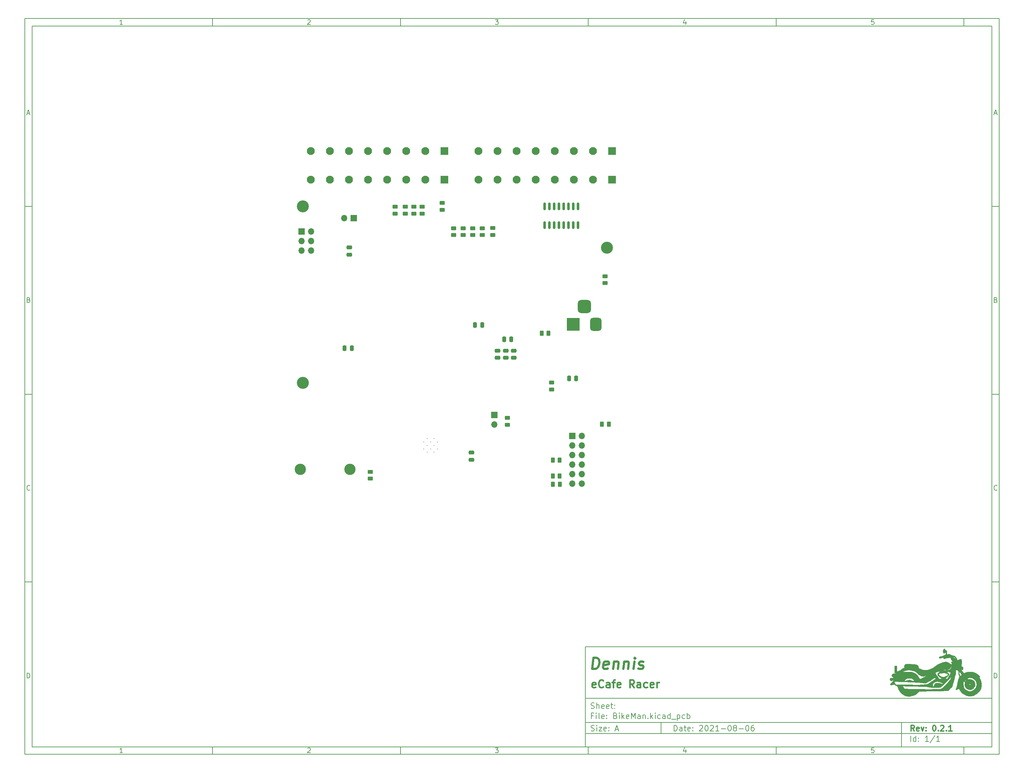
<source format=gbr>
%TF.GenerationSoftware,KiCad,Pcbnew,(5.99.0-11626-g43523df843)*%
%TF.CreationDate,2021-08-07T14:02:10-04:00*%
%TF.ProjectId,BikeMan,42696b65-4d61-46e2-9e6b-696361645f70,0.2.1*%
%TF.SameCoordinates,Original*%
%TF.FileFunction,Soldermask,Bot*%
%TF.FilePolarity,Negative*%
%FSLAX46Y46*%
G04 Gerber Fmt 4.6, Leading zero omitted, Abs format (unit mm)*
G04 Created by KiCad (PCBNEW (5.99.0-11626-g43523df843)) date 2021-08-07 14:02:10*
%MOMM*%
%LPD*%
G01*
G04 APERTURE LIST*
G04 Aperture macros list*
%AMRoundRect*
0 Rectangle with rounded corners*
0 $1 Rounding radius*
0 $2 $3 $4 $5 $6 $7 $8 $9 X,Y pos of 4 corners*
0 Add a 4 corners polygon primitive as box body*
4,1,4,$2,$3,$4,$5,$6,$7,$8,$9,$2,$3,0*
0 Add four circle primitives for the rounded corners*
1,1,$1+$1,$2,$3*
1,1,$1+$1,$4,$5*
1,1,$1+$1,$6,$7*
1,1,$1+$1,$8,$9*
0 Add four rect primitives between the rounded corners*
20,1,$1+$1,$2,$3,$4,$5,0*
20,1,$1+$1,$4,$5,$6,$7,0*
20,1,$1+$1,$6,$7,$8,$9,0*
20,1,$1+$1,$8,$9,$2,$3,0*%
G04 Aperture macros list end*
%ADD10C,0.100000*%
%ADD11C,0.150000*%
%ADD12C,0.300000*%
%ADD13C,0.600000*%
%ADD14C,0.400000*%
%ADD15C,3.200000*%
%ADD16R,2.100000X2.100000*%
%ADD17C,2.100000*%
%ADD18R,3.500000X3.500000*%
%ADD19RoundRect,0.750000X0.750000X1.000000X-0.750000X1.000000X-0.750000X-1.000000X0.750000X-1.000000X0*%
%ADD20RoundRect,0.875000X0.875000X0.875000X-0.875000X0.875000X-0.875000X-0.875000X0.875000X-0.875000X0*%
%ADD21R,1.700000X1.700000*%
%ADD22O,1.700000X1.700000*%
%ADD23C,0.300000*%
%ADD24C,3.000000*%
%ADD25RoundRect,0.250000X0.250000X0.475000X-0.250000X0.475000X-0.250000X-0.475000X0.250000X-0.475000X0*%
%ADD26RoundRect,0.250000X0.475000X-0.250000X0.475000X0.250000X-0.475000X0.250000X-0.475000X-0.250000X0*%
%ADD27RoundRect,0.250000X-0.250000X-0.475000X0.250000X-0.475000X0.250000X0.475000X-0.250000X0.475000X0*%
%ADD28RoundRect,0.250000X-0.450000X0.262500X-0.450000X-0.262500X0.450000X-0.262500X0.450000X0.262500X0*%
%ADD29RoundRect,0.250000X0.450000X-0.262500X0.450000X0.262500X-0.450000X0.262500X-0.450000X-0.262500X0*%
%ADD30RoundRect,0.250000X-0.262500X-0.450000X0.262500X-0.450000X0.262500X0.450000X-0.262500X0.450000X0*%
%ADD31RoundRect,0.250000X-0.475000X0.250000X-0.475000X-0.250000X0.475000X-0.250000X0.475000X0.250000X0*%
%ADD32RoundRect,0.150000X0.150000X-0.825000X0.150000X0.825000X-0.150000X0.825000X-0.150000X-0.825000X0*%
G04 APERTURE END LIST*
D10*
D11*
X159225488Y-177289968D02*
X159225488Y-203900024D01*
X267400024Y-203900024D01*
X267400024Y-177289968D01*
X159225488Y-177289968D01*
D10*
D11*
X10000000Y-10000000D02*
X10000000Y-205900000D01*
X269400000Y-205900000D01*
X269400000Y-10000000D01*
X10000000Y-10000000D01*
D10*
D11*
X12000000Y-12000000D02*
X12000000Y-203900000D01*
X267400000Y-203900000D01*
X267400000Y-12000000D01*
X12000000Y-12000000D01*
D10*
D11*
X60000000Y-12000000D02*
X60000000Y-10000000D01*
D10*
D11*
X110000000Y-12000000D02*
X110000000Y-10000000D01*
D10*
D11*
X160000000Y-12000000D02*
X160000000Y-10000000D01*
D10*
D11*
X210000000Y-12000000D02*
X210000000Y-10000000D01*
D10*
D11*
X260000000Y-12000000D02*
X260000000Y-10000000D01*
D10*
D11*
X36065476Y-11588095D02*
X35322619Y-11588095D01*
X35694047Y-11588095D02*
X35694047Y-10288095D01*
X35570238Y-10473809D01*
X35446428Y-10597619D01*
X35322619Y-10659523D01*
D10*
D11*
X85322619Y-10411904D02*
X85384523Y-10350000D01*
X85508333Y-10288095D01*
X85817857Y-10288095D01*
X85941666Y-10350000D01*
X86003571Y-10411904D01*
X86065476Y-10535714D01*
X86065476Y-10659523D01*
X86003571Y-10845238D01*
X85260714Y-11588095D01*
X86065476Y-11588095D01*
D10*
D11*
X135260714Y-10288095D02*
X136065476Y-10288095D01*
X135632142Y-10783333D01*
X135817857Y-10783333D01*
X135941666Y-10845238D01*
X136003571Y-10907142D01*
X136065476Y-11030952D01*
X136065476Y-11340476D01*
X136003571Y-11464285D01*
X135941666Y-11526190D01*
X135817857Y-11588095D01*
X135446428Y-11588095D01*
X135322619Y-11526190D01*
X135260714Y-11464285D01*
D10*
D11*
X185941666Y-10721428D02*
X185941666Y-11588095D01*
X185632142Y-10226190D02*
X185322619Y-11154761D01*
X186127380Y-11154761D01*
D10*
D11*
X236003571Y-10288095D02*
X235384523Y-10288095D01*
X235322619Y-10907142D01*
X235384523Y-10845238D01*
X235508333Y-10783333D01*
X235817857Y-10783333D01*
X235941666Y-10845238D01*
X236003571Y-10907142D01*
X236065476Y-11030952D01*
X236065476Y-11340476D01*
X236003571Y-11464285D01*
X235941666Y-11526190D01*
X235817857Y-11588095D01*
X235508333Y-11588095D01*
X235384523Y-11526190D01*
X235322619Y-11464285D01*
D10*
D11*
X60000000Y-203900000D02*
X60000000Y-205900000D01*
D10*
D11*
X110000000Y-203900000D02*
X110000000Y-205900000D01*
D10*
D11*
X160000000Y-203900000D02*
X160000000Y-205900000D01*
D10*
D11*
X210000000Y-203900000D02*
X210000000Y-205900000D01*
D10*
D11*
X260000000Y-203900000D02*
X260000000Y-205900000D01*
D10*
D11*
X36065476Y-205488095D02*
X35322619Y-205488095D01*
X35694047Y-205488095D02*
X35694047Y-204188095D01*
X35570238Y-204373809D01*
X35446428Y-204497619D01*
X35322619Y-204559523D01*
D10*
D11*
X85322619Y-204311904D02*
X85384523Y-204250000D01*
X85508333Y-204188095D01*
X85817857Y-204188095D01*
X85941666Y-204250000D01*
X86003571Y-204311904D01*
X86065476Y-204435714D01*
X86065476Y-204559523D01*
X86003571Y-204745238D01*
X85260714Y-205488095D01*
X86065476Y-205488095D01*
D10*
D11*
X135260714Y-204188095D02*
X136065476Y-204188095D01*
X135632142Y-204683333D01*
X135817857Y-204683333D01*
X135941666Y-204745238D01*
X136003571Y-204807142D01*
X136065476Y-204930952D01*
X136065476Y-205240476D01*
X136003571Y-205364285D01*
X135941666Y-205426190D01*
X135817857Y-205488095D01*
X135446428Y-205488095D01*
X135322619Y-205426190D01*
X135260714Y-205364285D01*
D10*
D11*
X185941666Y-204621428D02*
X185941666Y-205488095D01*
X185632142Y-204126190D02*
X185322619Y-205054761D01*
X186127380Y-205054761D01*
D10*
D11*
X236003571Y-204188095D02*
X235384523Y-204188095D01*
X235322619Y-204807142D01*
X235384523Y-204745238D01*
X235508333Y-204683333D01*
X235817857Y-204683333D01*
X235941666Y-204745238D01*
X236003571Y-204807142D01*
X236065476Y-204930952D01*
X236065476Y-205240476D01*
X236003571Y-205364285D01*
X235941666Y-205426190D01*
X235817857Y-205488095D01*
X235508333Y-205488095D01*
X235384523Y-205426190D01*
X235322619Y-205364285D01*
D10*
D11*
X10000000Y-60000000D02*
X12000000Y-60000000D01*
D10*
D11*
X10000000Y-110000000D02*
X12000000Y-110000000D01*
D10*
D11*
X10000000Y-160000000D02*
X12000000Y-160000000D01*
D10*
D11*
X10690476Y-35216666D02*
X11309523Y-35216666D01*
X10566666Y-35588095D02*
X11000000Y-34288095D01*
X11433333Y-35588095D01*
D10*
D11*
X11092857Y-84907142D02*
X11278571Y-84969047D01*
X11340476Y-85030952D01*
X11402380Y-85154761D01*
X11402380Y-85340476D01*
X11340476Y-85464285D01*
X11278571Y-85526190D01*
X11154761Y-85588095D01*
X10659523Y-85588095D01*
X10659523Y-84288095D01*
X11092857Y-84288095D01*
X11216666Y-84350000D01*
X11278571Y-84411904D01*
X11340476Y-84535714D01*
X11340476Y-84659523D01*
X11278571Y-84783333D01*
X11216666Y-84845238D01*
X11092857Y-84907142D01*
X10659523Y-84907142D01*
D10*
D11*
X11402380Y-135464285D02*
X11340476Y-135526190D01*
X11154761Y-135588095D01*
X11030952Y-135588095D01*
X10845238Y-135526190D01*
X10721428Y-135402380D01*
X10659523Y-135278571D01*
X10597619Y-135030952D01*
X10597619Y-134845238D01*
X10659523Y-134597619D01*
X10721428Y-134473809D01*
X10845238Y-134350000D01*
X11030952Y-134288095D01*
X11154761Y-134288095D01*
X11340476Y-134350000D01*
X11402380Y-134411904D01*
D10*
D11*
X10659523Y-185588095D02*
X10659523Y-184288095D01*
X10969047Y-184288095D01*
X11154761Y-184350000D01*
X11278571Y-184473809D01*
X11340476Y-184597619D01*
X11402380Y-184845238D01*
X11402380Y-185030952D01*
X11340476Y-185278571D01*
X11278571Y-185402380D01*
X11154761Y-185526190D01*
X10969047Y-185588095D01*
X10659523Y-185588095D01*
D10*
D11*
X269400000Y-60000000D02*
X267400000Y-60000000D01*
D10*
D11*
X269400000Y-110000000D02*
X267400000Y-110000000D01*
D10*
D11*
X269400000Y-160000000D02*
X267400000Y-160000000D01*
D10*
D11*
X268090476Y-35216666D02*
X268709523Y-35216666D01*
X267966666Y-35588095D02*
X268400000Y-34288095D01*
X268833333Y-35588095D01*
D10*
D11*
X268492857Y-84907142D02*
X268678571Y-84969047D01*
X268740476Y-85030952D01*
X268802380Y-85154761D01*
X268802380Y-85340476D01*
X268740476Y-85464285D01*
X268678571Y-85526190D01*
X268554761Y-85588095D01*
X268059523Y-85588095D01*
X268059523Y-84288095D01*
X268492857Y-84288095D01*
X268616666Y-84350000D01*
X268678571Y-84411904D01*
X268740476Y-84535714D01*
X268740476Y-84659523D01*
X268678571Y-84783333D01*
X268616666Y-84845238D01*
X268492857Y-84907142D01*
X268059523Y-84907142D01*
D10*
D11*
X268802380Y-135464285D02*
X268740476Y-135526190D01*
X268554761Y-135588095D01*
X268430952Y-135588095D01*
X268245238Y-135526190D01*
X268121428Y-135402380D01*
X268059523Y-135278571D01*
X267997619Y-135030952D01*
X267997619Y-134845238D01*
X268059523Y-134597619D01*
X268121428Y-134473809D01*
X268245238Y-134350000D01*
X268430952Y-134288095D01*
X268554761Y-134288095D01*
X268740476Y-134350000D01*
X268802380Y-134411904D01*
D10*
D11*
X268059523Y-185588095D02*
X268059523Y-184288095D01*
X268369047Y-184288095D01*
X268554761Y-184350000D01*
X268678571Y-184473809D01*
X268740476Y-184597619D01*
X268802380Y-184845238D01*
X268802380Y-185030952D01*
X268740476Y-185278571D01*
X268678571Y-185402380D01*
X268554761Y-185526190D01*
X268369047Y-185588095D01*
X268059523Y-185588095D01*
D10*
D11*
X182832142Y-199678571D02*
X182832142Y-198178571D01*
X183189285Y-198178571D01*
X183403571Y-198250000D01*
X183546428Y-198392857D01*
X183617857Y-198535714D01*
X183689285Y-198821428D01*
X183689285Y-199035714D01*
X183617857Y-199321428D01*
X183546428Y-199464285D01*
X183403571Y-199607142D01*
X183189285Y-199678571D01*
X182832142Y-199678571D01*
X184975000Y-199678571D02*
X184975000Y-198892857D01*
X184903571Y-198750000D01*
X184760714Y-198678571D01*
X184475000Y-198678571D01*
X184332142Y-198750000D01*
X184975000Y-199607142D02*
X184832142Y-199678571D01*
X184475000Y-199678571D01*
X184332142Y-199607142D01*
X184260714Y-199464285D01*
X184260714Y-199321428D01*
X184332142Y-199178571D01*
X184475000Y-199107142D01*
X184832142Y-199107142D01*
X184975000Y-199035714D01*
X185475000Y-198678571D02*
X186046428Y-198678571D01*
X185689285Y-198178571D02*
X185689285Y-199464285D01*
X185760714Y-199607142D01*
X185903571Y-199678571D01*
X186046428Y-199678571D01*
X187117857Y-199607142D02*
X186975000Y-199678571D01*
X186689285Y-199678571D01*
X186546428Y-199607142D01*
X186475000Y-199464285D01*
X186475000Y-198892857D01*
X186546428Y-198750000D01*
X186689285Y-198678571D01*
X186975000Y-198678571D01*
X187117857Y-198750000D01*
X187189285Y-198892857D01*
X187189285Y-199035714D01*
X186475000Y-199178571D01*
X187832142Y-199535714D02*
X187903571Y-199607142D01*
X187832142Y-199678571D01*
X187760714Y-199607142D01*
X187832142Y-199535714D01*
X187832142Y-199678571D01*
X187832142Y-198750000D02*
X187903571Y-198821428D01*
X187832142Y-198892857D01*
X187760714Y-198821428D01*
X187832142Y-198750000D01*
X187832142Y-198892857D01*
X189617857Y-198321428D02*
X189689285Y-198250000D01*
X189832142Y-198178571D01*
X190189285Y-198178571D01*
X190332142Y-198250000D01*
X190403571Y-198321428D01*
X190475000Y-198464285D01*
X190475000Y-198607142D01*
X190403571Y-198821428D01*
X189546428Y-199678571D01*
X190475000Y-199678571D01*
X191403571Y-198178571D02*
X191546428Y-198178571D01*
X191689285Y-198250000D01*
X191760714Y-198321428D01*
X191832142Y-198464285D01*
X191903571Y-198750000D01*
X191903571Y-199107142D01*
X191832142Y-199392857D01*
X191760714Y-199535714D01*
X191689285Y-199607142D01*
X191546428Y-199678571D01*
X191403571Y-199678571D01*
X191260714Y-199607142D01*
X191189285Y-199535714D01*
X191117857Y-199392857D01*
X191046428Y-199107142D01*
X191046428Y-198750000D01*
X191117857Y-198464285D01*
X191189285Y-198321428D01*
X191260714Y-198250000D01*
X191403571Y-198178571D01*
X192475000Y-198321428D02*
X192546428Y-198250000D01*
X192689285Y-198178571D01*
X193046428Y-198178571D01*
X193189285Y-198250000D01*
X193260714Y-198321428D01*
X193332142Y-198464285D01*
X193332142Y-198607142D01*
X193260714Y-198821428D01*
X192403571Y-199678571D01*
X193332142Y-199678571D01*
X194760714Y-199678571D02*
X193903571Y-199678571D01*
X194332142Y-199678571D02*
X194332142Y-198178571D01*
X194189285Y-198392857D01*
X194046428Y-198535714D01*
X193903571Y-198607142D01*
X195403571Y-199107142D02*
X196546428Y-199107142D01*
X197546428Y-198178571D02*
X197689285Y-198178571D01*
X197832142Y-198250000D01*
X197903571Y-198321428D01*
X197975000Y-198464285D01*
X198046428Y-198750000D01*
X198046428Y-199107142D01*
X197975000Y-199392857D01*
X197903571Y-199535714D01*
X197832142Y-199607142D01*
X197689285Y-199678571D01*
X197546428Y-199678571D01*
X197403571Y-199607142D01*
X197332142Y-199535714D01*
X197260714Y-199392857D01*
X197189285Y-199107142D01*
X197189285Y-198750000D01*
X197260714Y-198464285D01*
X197332142Y-198321428D01*
X197403571Y-198250000D01*
X197546428Y-198178571D01*
X198903571Y-198821428D02*
X198760714Y-198750000D01*
X198689285Y-198678571D01*
X198617857Y-198535714D01*
X198617857Y-198464285D01*
X198689285Y-198321428D01*
X198760714Y-198250000D01*
X198903571Y-198178571D01*
X199189285Y-198178571D01*
X199332142Y-198250000D01*
X199403571Y-198321428D01*
X199475000Y-198464285D01*
X199475000Y-198535714D01*
X199403571Y-198678571D01*
X199332142Y-198750000D01*
X199189285Y-198821428D01*
X198903571Y-198821428D01*
X198760714Y-198892857D01*
X198689285Y-198964285D01*
X198617857Y-199107142D01*
X198617857Y-199392857D01*
X198689285Y-199535714D01*
X198760714Y-199607142D01*
X198903571Y-199678571D01*
X199189285Y-199678571D01*
X199332142Y-199607142D01*
X199403571Y-199535714D01*
X199475000Y-199392857D01*
X199475000Y-199107142D01*
X199403571Y-198964285D01*
X199332142Y-198892857D01*
X199189285Y-198821428D01*
X200117857Y-199107142D02*
X201260714Y-199107142D01*
X202260714Y-198178571D02*
X202403571Y-198178571D01*
X202546428Y-198250000D01*
X202617857Y-198321428D01*
X202689285Y-198464285D01*
X202760714Y-198750000D01*
X202760714Y-199107142D01*
X202689285Y-199392857D01*
X202617857Y-199535714D01*
X202546428Y-199607142D01*
X202403571Y-199678571D01*
X202260714Y-199678571D01*
X202117857Y-199607142D01*
X202046428Y-199535714D01*
X201975000Y-199392857D01*
X201903571Y-199107142D01*
X201903571Y-198750000D01*
X201975000Y-198464285D01*
X202046428Y-198321428D01*
X202117857Y-198250000D01*
X202260714Y-198178571D01*
X204046428Y-198178571D02*
X203760714Y-198178571D01*
X203617857Y-198250000D01*
X203546428Y-198321428D01*
X203403571Y-198535714D01*
X203332142Y-198821428D01*
X203332142Y-199392857D01*
X203403571Y-199535714D01*
X203475000Y-199607142D01*
X203617857Y-199678571D01*
X203903571Y-199678571D01*
X204046428Y-199607142D01*
X204117857Y-199535714D01*
X204189285Y-199392857D01*
X204189285Y-199035714D01*
X204117857Y-198892857D01*
X204046428Y-198821428D01*
X203903571Y-198750000D01*
X203617857Y-198750000D01*
X203475000Y-198821428D01*
X203403571Y-198892857D01*
X203332142Y-199035714D01*
D10*
D11*
X159400000Y-200400000D02*
X267400000Y-200400000D01*
D10*
D11*
X159400000Y-197400000D02*
X267400000Y-197400000D01*
D10*
D12*
X246809285Y-199678571D02*
X246309285Y-198964285D01*
X245952142Y-199678571D02*
X245952142Y-198178571D01*
X246523571Y-198178571D01*
X246666428Y-198250000D01*
X246737857Y-198321428D01*
X246809285Y-198464285D01*
X246809285Y-198678571D01*
X246737857Y-198821428D01*
X246666428Y-198892857D01*
X246523571Y-198964285D01*
X245952142Y-198964285D01*
X248023571Y-199607142D02*
X247880714Y-199678571D01*
X247595000Y-199678571D01*
X247452142Y-199607142D01*
X247380714Y-199464285D01*
X247380714Y-198892857D01*
X247452142Y-198750000D01*
X247595000Y-198678571D01*
X247880714Y-198678571D01*
X248023571Y-198750000D01*
X248095000Y-198892857D01*
X248095000Y-199035714D01*
X247380714Y-199178571D01*
X248595000Y-198678571D02*
X248952142Y-199678571D01*
X249309285Y-198678571D01*
X249880714Y-199535714D02*
X249952142Y-199607142D01*
X249880714Y-199678571D01*
X249809285Y-199607142D01*
X249880714Y-199535714D01*
X249880714Y-199678571D01*
X249880714Y-198750000D02*
X249952142Y-198821428D01*
X249880714Y-198892857D01*
X249809285Y-198821428D01*
X249880714Y-198750000D01*
X249880714Y-198892857D01*
X252023571Y-198178571D02*
X252166428Y-198178571D01*
X252309285Y-198250000D01*
X252380714Y-198321428D01*
X252452142Y-198464285D01*
X252523571Y-198750000D01*
X252523571Y-199107142D01*
X252452142Y-199392857D01*
X252380714Y-199535714D01*
X252309285Y-199607142D01*
X252166428Y-199678571D01*
X252023571Y-199678571D01*
X251880714Y-199607142D01*
X251809285Y-199535714D01*
X251737857Y-199392857D01*
X251666428Y-199107142D01*
X251666428Y-198750000D01*
X251737857Y-198464285D01*
X251809285Y-198321428D01*
X251880714Y-198250000D01*
X252023571Y-198178571D01*
X253166428Y-199535714D02*
X253237857Y-199607142D01*
X253166428Y-199678571D01*
X253095000Y-199607142D01*
X253166428Y-199535714D01*
X253166428Y-199678571D01*
X253809285Y-198321428D02*
X253880714Y-198250000D01*
X254023571Y-198178571D01*
X254380714Y-198178571D01*
X254523571Y-198250000D01*
X254595000Y-198321428D01*
X254666428Y-198464285D01*
X254666428Y-198607142D01*
X254595000Y-198821428D01*
X253737857Y-199678571D01*
X254666428Y-199678571D01*
X255309285Y-199535714D02*
X255380714Y-199607142D01*
X255309285Y-199678571D01*
X255237857Y-199607142D01*
X255309285Y-199535714D01*
X255309285Y-199678571D01*
X256809285Y-199678571D02*
X255952142Y-199678571D01*
X256380714Y-199678571D02*
X256380714Y-198178571D01*
X256237857Y-198392857D01*
X256095000Y-198535714D01*
X255952142Y-198607142D01*
D10*
D11*
X160760714Y-199607142D02*
X160975000Y-199678571D01*
X161332142Y-199678571D01*
X161475000Y-199607142D01*
X161546428Y-199535714D01*
X161617857Y-199392857D01*
X161617857Y-199250000D01*
X161546428Y-199107142D01*
X161475000Y-199035714D01*
X161332142Y-198964285D01*
X161046428Y-198892857D01*
X160903571Y-198821428D01*
X160832142Y-198750000D01*
X160760714Y-198607142D01*
X160760714Y-198464285D01*
X160832142Y-198321428D01*
X160903571Y-198250000D01*
X161046428Y-198178571D01*
X161403571Y-198178571D01*
X161617857Y-198250000D01*
X162260714Y-199678571D02*
X162260714Y-198678571D01*
X162260714Y-198178571D02*
X162189285Y-198250000D01*
X162260714Y-198321428D01*
X162332142Y-198250000D01*
X162260714Y-198178571D01*
X162260714Y-198321428D01*
X162832142Y-198678571D02*
X163617857Y-198678571D01*
X162832142Y-199678571D01*
X163617857Y-199678571D01*
X164760714Y-199607142D02*
X164617857Y-199678571D01*
X164332142Y-199678571D01*
X164189285Y-199607142D01*
X164117857Y-199464285D01*
X164117857Y-198892857D01*
X164189285Y-198750000D01*
X164332142Y-198678571D01*
X164617857Y-198678571D01*
X164760714Y-198750000D01*
X164832142Y-198892857D01*
X164832142Y-199035714D01*
X164117857Y-199178571D01*
X165475000Y-199535714D02*
X165546428Y-199607142D01*
X165475000Y-199678571D01*
X165403571Y-199607142D01*
X165475000Y-199535714D01*
X165475000Y-199678571D01*
X165475000Y-198750000D02*
X165546428Y-198821428D01*
X165475000Y-198892857D01*
X165403571Y-198821428D01*
X165475000Y-198750000D01*
X165475000Y-198892857D01*
X167260714Y-199250000D02*
X167975000Y-199250000D01*
X167117857Y-199678571D02*
X167617857Y-198178571D01*
X168117857Y-199678571D01*
D10*
D11*
X245832142Y-202478571D02*
X245832142Y-200978571D01*
X247189285Y-202478571D02*
X247189285Y-200978571D01*
X247189285Y-202407142D02*
X247046428Y-202478571D01*
X246760714Y-202478571D01*
X246617857Y-202407142D01*
X246546428Y-202335714D01*
X246475000Y-202192857D01*
X246475000Y-201764285D01*
X246546428Y-201621428D01*
X246617857Y-201550000D01*
X246760714Y-201478571D01*
X247046428Y-201478571D01*
X247189285Y-201550000D01*
X247903571Y-202335714D02*
X247975000Y-202407142D01*
X247903571Y-202478571D01*
X247832142Y-202407142D01*
X247903571Y-202335714D01*
X247903571Y-202478571D01*
X247903571Y-201550000D02*
X247975000Y-201621428D01*
X247903571Y-201692857D01*
X247832142Y-201621428D01*
X247903571Y-201550000D01*
X247903571Y-201692857D01*
X250546428Y-202478571D02*
X249689285Y-202478571D01*
X250117857Y-202478571D02*
X250117857Y-200978571D01*
X249975000Y-201192857D01*
X249832142Y-201335714D01*
X249689285Y-201407142D01*
X252260714Y-200907142D02*
X250975000Y-202835714D01*
X253546428Y-202478571D02*
X252689285Y-202478571D01*
X253117857Y-202478571D02*
X253117857Y-200978571D01*
X252975000Y-201192857D01*
X252832142Y-201335714D01*
X252689285Y-201407142D01*
D10*
D13*
X161005998Y-183137830D02*
X161380998Y-180137830D01*
X162095284Y-180137830D01*
X162505998Y-180280688D01*
X162755998Y-180566402D01*
X162863141Y-180852116D01*
X162934570Y-181423545D01*
X162880998Y-181852116D01*
X162666713Y-182423545D01*
X162488141Y-182709259D01*
X162166713Y-182994973D01*
X161720284Y-183137830D01*
X161005998Y-183137830D01*
X165166713Y-182994973D02*
X164863141Y-183137830D01*
X164291713Y-183137830D01*
X164023856Y-182994973D01*
X163916713Y-182709259D01*
X164059570Y-181566402D01*
X164238141Y-181280688D01*
X164541713Y-181137830D01*
X165113141Y-181137830D01*
X165380998Y-181280688D01*
X165488141Y-181566402D01*
X165452427Y-181852116D01*
X163988141Y-182137830D01*
X166827427Y-181137830D02*
X166577427Y-183137830D01*
X166791713Y-181423545D02*
X166952427Y-181280688D01*
X167255998Y-181137830D01*
X167684570Y-181137830D01*
X167952427Y-181280688D01*
X168059570Y-181566402D01*
X167863141Y-183137830D01*
X169541713Y-181137830D02*
X169291713Y-183137830D01*
X169505998Y-181423545D02*
X169666713Y-181280688D01*
X169970284Y-181137830D01*
X170398856Y-181137830D01*
X170666713Y-181280688D01*
X170773856Y-181566402D01*
X170577427Y-183137830D01*
X172005998Y-183137830D02*
X172255998Y-181137830D01*
X172380998Y-180137830D02*
X172220284Y-180280688D01*
X172345284Y-180423545D01*
X172505998Y-180280688D01*
X172380998Y-180137830D01*
X172345284Y-180423545D01*
X173309570Y-182994973D02*
X173577427Y-183137830D01*
X174148856Y-183137830D01*
X174452427Y-182994973D01*
X174630998Y-182709259D01*
X174648856Y-182566402D01*
X174541713Y-182280688D01*
X174273856Y-182137830D01*
X173845284Y-182137830D01*
X173577427Y-181994973D01*
X173470284Y-181709259D01*
X173488141Y-181566402D01*
X173666713Y-181280688D01*
X173970284Y-181137830D01*
X174398856Y-181137830D01*
X174666713Y-181280688D01*
D10*
D11*
X161332126Y-195622209D02*
X160832126Y-195622209D01*
X160832126Y-196407923D02*
X160832126Y-194907923D01*
X161546412Y-194907923D01*
X162117841Y-196407923D02*
X162117841Y-195407923D01*
X162117841Y-194907923D02*
X162046412Y-194979352D01*
X162117841Y-195050780D01*
X162189269Y-194979352D01*
X162117841Y-194907923D01*
X162117841Y-195050780D01*
X163046412Y-196407923D02*
X162903555Y-196336494D01*
X162832126Y-196193637D01*
X162832126Y-194907923D01*
X164189269Y-196336494D02*
X164046412Y-196407923D01*
X163760698Y-196407923D01*
X163617841Y-196336494D01*
X163546412Y-196193637D01*
X163546412Y-195622209D01*
X163617841Y-195479352D01*
X163760698Y-195407923D01*
X164046412Y-195407923D01*
X164189269Y-195479352D01*
X164260698Y-195622209D01*
X164260698Y-195765066D01*
X163546412Y-195907923D01*
X164903555Y-196265066D02*
X164974984Y-196336494D01*
X164903555Y-196407923D01*
X164832126Y-196336494D01*
X164903555Y-196265066D01*
X164903555Y-196407923D01*
X164903555Y-195479352D02*
X164974984Y-195550780D01*
X164903555Y-195622209D01*
X164832126Y-195550780D01*
X164903555Y-195479352D01*
X164903555Y-195622209D01*
X167260698Y-195622209D02*
X167474984Y-195693637D01*
X167546412Y-195765066D01*
X167617841Y-195907923D01*
X167617841Y-196122209D01*
X167546412Y-196265066D01*
X167474984Y-196336494D01*
X167332126Y-196407923D01*
X166760698Y-196407923D01*
X166760698Y-194907923D01*
X167260698Y-194907923D01*
X167403555Y-194979352D01*
X167474984Y-195050780D01*
X167546412Y-195193637D01*
X167546412Y-195336494D01*
X167474984Y-195479352D01*
X167403555Y-195550780D01*
X167260698Y-195622209D01*
X166760698Y-195622209D01*
X168260698Y-196407923D02*
X168260698Y-195407923D01*
X168260698Y-194907923D02*
X168189269Y-194979352D01*
X168260698Y-195050780D01*
X168332126Y-194979352D01*
X168260698Y-194907923D01*
X168260698Y-195050780D01*
X168974984Y-196407923D02*
X168974984Y-194907923D01*
X169117841Y-195836494D02*
X169546412Y-196407923D01*
X169546412Y-195407923D02*
X168974984Y-195979352D01*
X170760698Y-196336494D02*
X170617841Y-196407923D01*
X170332126Y-196407923D01*
X170189269Y-196336494D01*
X170117841Y-196193637D01*
X170117841Y-195622209D01*
X170189269Y-195479352D01*
X170332126Y-195407923D01*
X170617841Y-195407923D01*
X170760698Y-195479352D01*
X170832126Y-195622209D01*
X170832126Y-195765066D01*
X170117841Y-195907923D01*
X171474984Y-196407923D02*
X171474984Y-194907923D01*
X171974984Y-195979352D01*
X172474984Y-194907923D01*
X172474984Y-196407923D01*
X173832126Y-196407923D02*
X173832126Y-195622209D01*
X173760698Y-195479352D01*
X173617841Y-195407923D01*
X173332126Y-195407923D01*
X173189269Y-195479352D01*
X173832126Y-196336494D02*
X173689269Y-196407923D01*
X173332126Y-196407923D01*
X173189269Y-196336494D01*
X173117841Y-196193637D01*
X173117841Y-196050780D01*
X173189269Y-195907923D01*
X173332126Y-195836494D01*
X173689269Y-195836494D01*
X173832126Y-195765066D01*
X174546412Y-195407923D02*
X174546412Y-196407923D01*
X174546412Y-195550780D02*
X174617841Y-195479352D01*
X174760698Y-195407923D01*
X174974984Y-195407923D01*
X175117841Y-195479352D01*
X175189269Y-195622209D01*
X175189269Y-196407923D01*
X175903555Y-196265066D02*
X175974984Y-196336494D01*
X175903555Y-196407923D01*
X175832126Y-196336494D01*
X175903555Y-196265066D01*
X175903555Y-196407923D01*
X176617841Y-196407923D02*
X176617841Y-194907923D01*
X176760698Y-195836494D02*
X177189269Y-196407923D01*
X177189269Y-195407923D02*
X176617841Y-195979352D01*
X177832126Y-196407923D02*
X177832126Y-195407923D01*
X177832126Y-194907923D02*
X177760698Y-194979352D01*
X177832126Y-195050780D01*
X177903555Y-194979352D01*
X177832126Y-194907923D01*
X177832126Y-195050780D01*
X179189269Y-196336494D02*
X179046412Y-196407923D01*
X178760698Y-196407923D01*
X178617841Y-196336494D01*
X178546412Y-196265066D01*
X178474984Y-196122209D01*
X178474984Y-195693637D01*
X178546412Y-195550780D01*
X178617841Y-195479352D01*
X178760698Y-195407923D01*
X179046412Y-195407923D01*
X179189269Y-195479352D01*
X180474984Y-196407923D02*
X180474984Y-195622209D01*
X180403555Y-195479352D01*
X180260698Y-195407923D01*
X179974984Y-195407923D01*
X179832126Y-195479352D01*
X180474984Y-196336494D02*
X180332126Y-196407923D01*
X179974984Y-196407923D01*
X179832126Y-196336494D01*
X179760698Y-196193637D01*
X179760698Y-196050780D01*
X179832126Y-195907923D01*
X179974984Y-195836494D01*
X180332126Y-195836494D01*
X180474984Y-195765066D01*
X181832126Y-196407923D02*
X181832126Y-194907923D01*
X181832126Y-196336494D02*
X181689269Y-196407923D01*
X181403555Y-196407923D01*
X181260698Y-196336494D01*
X181189269Y-196265066D01*
X181117841Y-196122209D01*
X181117841Y-195693637D01*
X181189269Y-195550780D01*
X181260698Y-195479352D01*
X181403555Y-195407923D01*
X181689269Y-195407923D01*
X181832126Y-195479352D01*
X182189269Y-196550780D02*
X183332126Y-196550780D01*
X183689269Y-195407923D02*
X183689269Y-196907923D01*
X183689269Y-195479352D02*
X183832126Y-195407923D01*
X184117841Y-195407923D01*
X184260698Y-195479352D01*
X184332126Y-195550780D01*
X184403555Y-195693637D01*
X184403555Y-196122209D01*
X184332126Y-196265066D01*
X184260698Y-196336494D01*
X184117841Y-196407923D01*
X183832126Y-196407923D01*
X183689269Y-196336494D01*
X185689269Y-196336494D02*
X185546412Y-196407923D01*
X185260698Y-196407923D01*
X185117841Y-196336494D01*
X185046412Y-196265066D01*
X184974984Y-196122209D01*
X184974984Y-195693637D01*
X185046412Y-195550780D01*
X185117841Y-195479352D01*
X185260698Y-195407923D01*
X185546412Y-195407923D01*
X185689269Y-195479352D01*
X186332126Y-196407923D02*
X186332126Y-194907923D01*
X186332126Y-195479352D02*
X186474984Y-195407923D01*
X186760698Y-195407923D01*
X186903555Y-195479352D01*
X186974984Y-195550780D01*
X187046412Y-195693637D01*
X187046412Y-196122209D01*
X186974984Y-196265066D01*
X186903555Y-196336494D01*
X186760698Y-196407923D01*
X186474984Y-196407923D01*
X186332126Y-196336494D01*
D10*
D11*
X159400240Y-191013080D02*
X267400240Y-191013080D01*
D10*
D11*
X160760698Y-193635966D02*
X160974984Y-193707395D01*
X161332126Y-193707395D01*
X161474984Y-193635966D01*
X161546412Y-193564538D01*
X161617841Y-193421681D01*
X161617841Y-193278824D01*
X161546412Y-193135966D01*
X161474984Y-193064538D01*
X161332126Y-192993109D01*
X161046412Y-192921681D01*
X160903555Y-192850252D01*
X160832126Y-192778824D01*
X160760698Y-192635966D01*
X160760698Y-192493109D01*
X160832126Y-192350252D01*
X160903555Y-192278824D01*
X161046412Y-192207395D01*
X161403555Y-192207395D01*
X161617841Y-192278824D01*
X162260698Y-193707395D02*
X162260698Y-192207395D01*
X162903555Y-193707395D02*
X162903555Y-192921681D01*
X162832126Y-192778824D01*
X162689269Y-192707395D01*
X162474984Y-192707395D01*
X162332126Y-192778824D01*
X162260698Y-192850252D01*
X164189269Y-193635966D02*
X164046412Y-193707395D01*
X163760698Y-193707395D01*
X163617841Y-193635966D01*
X163546412Y-193493109D01*
X163546412Y-192921681D01*
X163617841Y-192778824D01*
X163760698Y-192707395D01*
X164046412Y-192707395D01*
X164189269Y-192778824D01*
X164260698Y-192921681D01*
X164260698Y-193064538D01*
X163546412Y-193207395D01*
X165474984Y-193635966D02*
X165332126Y-193707395D01*
X165046412Y-193707395D01*
X164903555Y-193635966D01*
X164832126Y-193493109D01*
X164832126Y-192921681D01*
X164903555Y-192778824D01*
X165046412Y-192707395D01*
X165332126Y-192707395D01*
X165474984Y-192778824D01*
X165546412Y-192921681D01*
X165546412Y-193064538D01*
X164832126Y-193207395D01*
X165974984Y-192707395D02*
X166546412Y-192707395D01*
X166189269Y-192207395D02*
X166189269Y-193493109D01*
X166260698Y-193635966D01*
X166403555Y-193707395D01*
X166546412Y-193707395D01*
X167046412Y-193564538D02*
X167117841Y-193635966D01*
X167046412Y-193707395D01*
X166974984Y-193635966D01*
X167046412Y-193564538D01*
X167046412Y-193707395D01*
X167046412Y-192778824D02*
X167117841Y-192850252D01*
X167046412Y-192921681D01*
X166974984Y-192850252D01*
X167046412Y-192778824D01*
X167046412Y-192921681D01*
D10*
D14*
X161898079Y-187999395D02*
X161707603Y-188094633D01*
X161326650Y-188094633D01*
X161136174Y-187999395D01*
X161040936Y-187808919D01*
X161040936Y-187047014D01*
X161136174Y-186856538D01*
X161326650Y-186761300D01*
X161707603Y-186761300D01*
X161898079Y-186856538D01*
X161993317Y-187047014D01*
X161993317Y-187237491D01*
X161040936Y-187427967D01*
X163993317Y-187904157D02*
X163898079Y-187999395D01*
X163612364Y-188094633D01*
X163421888Y-188094633D01*
X163136174Y-187999395D01*
X162945698Y-187808919D01*
X162850460Y-187618443D01*
X162755222Y-187237491D01*
X162755222Y-186951776D01*
X162850460Y-186570824D01*
X162945698Y-186380348D01*
X163136174Y-186189872D01*
X163421888Y-186094633D01*
X163612364Y-186094633D01*
X163898079Y-186189872D01*
X163993317Y-186285110D01*
X165707603Y-188094633D02*
X165707603Y-187047014D01*
X165612364Y-186856538D01*
X165421888Y-186761300D01*
X165040936Y-186761300D01*
X164850460Y-186856538D01*
X165707603Y-187999395D02*
X165517126Y-188094633D01*
X165040936Y-188094633D01*
X164850460Y-187999395D01*
X164755222Y-187808919D01*
X164755222Y-187618443D01*
X164850460Y-187427967D01*
X165040936Y-187332729D01*
X165517126Y-187332729D01*
X165707603Y-187237491D01*
X166374269Y-186761300D02*
X167136174Y-186761300D01*
X166659984Y-188094633D02*
X166659984Y-186380348D01*
X166755222Y-186189872D01*
X166945698Y-186094633D01*
X167136174Y-186094633D01*
X168564745Y-187999395D02*
X168374269Y-188094633D01*
X167993317Y-188094633D01*
X167802841Y-187999395D01*
X167707603Y-187808919D01*
X167707603Y-187047014D01*
X167802841Y-186856538D01*
X167993317Y-186761300D01*
X168374269Y-186761300D01*
X168564745Y-186856538D01*
X168659984Y-187047014D01*
X168659984Y-187237491D01*
X167707603Y-187427967D01*
X172183793Y-188094633D02*
X171517126Y-187142252D01*
X171040936Y-188094633D02*
X171040936Y-186094633D01*
X171802841Y-186094633D01*
X171993317Y-186189872D01*
X172088555Y-186285110D01*
X172183793Y-186475586D01*
X172183793Y-186761300D01*
X172088555Y-186951776D01*
X171993317Y-187047014D01*
X171802841Y-187142252D01*
X171040936Y-187142252D01*
X173898079Y-188094633D02*
X173898079Y-187047014D01*
X173802841Y-186856538D01*
X173612364Y-186761300D01*
X173231412Y-186761300D01*
X173040936Y-186856538D01*
X173898079Y-187999395D02*
X173707603Y-188094633D01*
X173231412Y-188094633D01*
X173040936Y-187999395D01*
X172945698Y-187808919D01*
X172945698Y-187618443D01*
X173040936Y-187427967D01*
X173231412Y-187332729D01*
X173707603Y-187332729D01*
X173898079Y-187237491D01*
X175707603Y-187999395D02*
X175517126Y-188094633D01*
X175136174Y-188094633D01*
X174945698Y-187999395D01*
X174850460Y-187904157D01*
X174755222Y-187713681D01*
X174755222Y-187142252D01*
X174850460Y-186951776D01*
X174945698Y-186856538D01*
X175136174Y-186761300D01*
X175517126Y-186761300D01*
X175707603Y-186856538D01*
X177326650Y-187999395D02*
X177136174Y-188094633D01*
X176755222Y-188094633D01*
X176564745Y-187999395D01*
X176469507Y-187808919D01*
X176469507Y-187047014D01*
X176564745Y-186856538D01*
X176755222Y-186761300D01*
X177136174Y-186761300D01*
X177326650Y-186856538D01*
X177421888Y-187047014D01*
X177421888Y-187237491D01*
X176469507Y-187427967D01*
X178279031Y-188094633D02*
X178279031Y-186761300D01*
X178279031Y-187142252D02*
X178374269Y-186951776D01*
X178469507Y-186856538D01*
X178659984Y-186761300D01*
X178850460Y-186761300D01*
D10*
D11*
D10*
D11*
X179400000Y-197400000D02*
X179400000Y-200400000D01*
D10*
D11*
X243400000Y-197400000D02*
X243400000Y-203900000D01*
D10*
G36*
X254871287Y-177823007D02*
G01*
X254915287Y-177937007D01*
X255031287Y-178139007D01*
X255160287Y-178202007D01*
X255293287Y-178245007D01*
X255373287Y-178389007D01*
X255409287Y-178661007D01*
X255415287Y-178886007D01*
X255421287Y-179147007D01*
X255466287Y-179268007D01*
X255589287Y-179282007D01*
X255830287Y-179219007D01*
X255838287Y-179217007D01*
X256053287Y-179172007D01*
X256184287Y-179209007D01*
X256267287Y-179291007D01*
X256430287Y-179405007D01*
X256681288Y-179495007D01*
X256775288Y-179515007D01*
X257319287Y-179663007D01*
X257722288Y-179905007D01*
X257984288Y-180240007D01*
X258093287Y-180586007D01*
X258143287Y-180895007D01*
X258411287Y-180737007D01*
X258682287Y-180619007D01*
X258963287Y-180555007D01*
X258967288Y-180555007D01*
X259172287Y-180558007D01*
X259275288Y-180636007D01*
X259316288Y-180742007D01*
X259365287Y-181033007D01*
X259383288Y-181411007D01*
X259371288Y-181796007D01*
X259329287Y-182109007D01*
X259318288Y-182152007D01*
X259293287Y-182412007D01*
X259397287Y-182564007D01*
X259580288Y-182605007D01*
X259677287Y-182636007D01*
X259722288Y-182758007D01*
X259733287Y-182986007D01*
X259720287Y-183227007D01*
X259671287Y-183340007D01*
X259580288Y-183367007D01*
X259392287Y-183313007D01*
X259326287Y-183265007D01*
X259235287Y-183193007D01*
X259235287Y-183246007D01*
X259320287Y-183410007D01*
X259484288Y-183671007D01*
X259566288Y-183795007D01*
X259737287Y-184041007D01*
X259868287Y-184220007D01*
X259934287Y-184297007D01*
X259937287Y-184298007D01*
X260023287Y-184266007D01*
X260214287Y-184184007D01*
X260378288Y-184110007D01*
X260636287Y-184011007D01*
X260908287Y-183953007D01*
X261251288Y-183928007D01*
X261553287Y-183925007D01*
X262220287Y-183971007D01*
X262782288Y-184113007D01*
X263283287Y-184366007D01*
X263754287Y-184736007D01*
X264030287Y-185000007D01*
X264178287Y-185175007D01*
X264205288Y-185275007D01*
X264121288Y-185313007D01*
X264087288Y-185314007D01*
X264012287Y-185335007D01*
X264044288Y-185422007D01*
X264126288Y-185533007D01*
X264374287Y-185962007D01*
X264548287Y-186495007D01*
X264639287Y-187080007D01*
X264640288Y-187664007D01*
X264545287Y-188196007D01*
X264518287Y-188278007D01*
X264209287Y-188911007D01*
X263766287Y-189464007D01*
X263215288Y-189913007D01*
X262582287Y-190231007D01*
X262459287Y-190273007D01*
X261830288Y-190390007D01*
X261179288Y-190360007D01*
X260539288Y-190197007D01*
X259941288Y-189914007D01*
X259418287Y-189523007D01*
X259002287Y-189038007D01*
X258877287Y-188828007D01*
X258751288Y-188611007D01*
X258652288Y-188473007D01*
X258618287Y-188447007D01*
X258513288Y-188478007D01*
X258309287Y-188556007D01*
X258173287Y-188613007D01*
X257944287Y-188700007D01*
X257819287Y-188706007D01*
X257792287Y-188614007D01*
X257858287Y-188407007D01*
X257996288Y-188095007D01*
X258139287Y-187699007D01*
X258206287Y-187319007D01*
X258206287Y-187310007D01*
X259778287Y-187310007D01*
X259849288Y-187855007D01*
X260068288Y-188318007D01*
X260432287Y-188695007D01*
X260738287Y-188888007D01*
X261211287Y-189076007D01*
X261654287Y-189115007D01*
X262111287Y-189004007D01*
X262363287Y-188891007D01*
X262806288Y-188582007D01*
X263126288Y-188186007D01*
X263318288Y-187732007D01*
X263378288Y-187248007D01*
X263301288Y-186764007D01*
X263084287Y-186308007D01*
X262787288Y-185965007D01*
X262339287Y-185656007D01*
X261850287Y-185509007D01*
X261414288Y-185504007D01*
X261110287Y-185546007D01*
X260953288Y-185606007D01*
X260923287Y-185701007D01*
X260969287Y-185800007D01*
X261071287Y-185885007D01*
X261262287Y-185920007D01*
X261517287Y-185918007D01*
X261979288Y-185967007D01*
X262361287Y-186144007D01*
X262656287Y-186419007D01*
X262855287Y-186767007D01*
X262948288Y-187159007D01*
X262927287Y-187569007D01*
X262784287Y-187969007D01*
X262509287Y-188331007D01*
X262340288Y-188474007D01*
X262069287Y-188601007D01*
X261704287Y-188673007D01*
X261662288Y-188676007D01*
X261181288Y-188636007D01*
X260774287Y-188456007D01*
X260459287Y-188156007D01*
X260256287Y-187755007D01*
X260181288Y-187274007D01*
X260182287Y-187252007D01*
X261430287Y-187252007D01*
X261450288Y-187378007D01*
X261539288Y-187431007D01*
X261682287Y-187394007D01*
X261707287Y-187375007D01*
X261713287Y-187277007D01*
X261632287Y-187172007D01*
X261525288Y-187132007D01*
X261501288Y-187140007D01*
X261430287Y-187252007D01*
X260182287Y-187252007D01*
X260190287Y-187080007D01*
X260205288Y-186765007D01*
X260172287Y-186578007D01*
X260117287Y-186503007D01*
X259994287Y-186476007D01*
X259891287Y-186597007D01*
X259817287Y-186845007D01*
X259780287Y-187201007D01*
X259778287Y-187310007D01*
X258206287Y-187310007D01*
X258208287Y-187258007D01*
X258244287Y-186845007D01*
X258340288Y-186384007D01*
X258428287Y-186099007D01*
X260180287Y-186099007D01*
X260203288Y-186234007D01*
X260244287Y-186292007D01*
X260394287Y-186407007D01*
X260515288Y-186363007D01*
X260530287Y-186341007D01*
X260509287Y-186237007D01*
X260416287Y-186124007D01*
X260266287Y-186048007D01*
X260180287Y-186099007D01*
X258428287Y-186099007D01*
X258476287Y-185948007D01*
X258634287Y-185607007D01*
X258639287Y-185598007D01*
X258745287Y-185404007D01*
X258760287Y-185262007D01*
X258688288Y-185088007D01*
X258678287Y-185069007D01*
X258596287Y-184806007D01*
X258552287Y-184439007D01*
X258547287Y-184260007D01*
X258539288Y-184036007D01*
X258717288Y-184036007D01*
X258735287Y-184273007D01*
X258782288Y-184545007D01*
X258844287Y-184802007D01*
X258911287Y-184990007D01*
X258966287Y-185060007D01*
X259060287Y-185004007D01*
X259202287Y-184870007D01*
X259379287Y-184679007D01*
X259048287Y-184222007D01*
X258717288Y-183764007D01*
X258717288Y-184036007D01*
X258539288Y-184036007D01*
X258536287Y-183979007D01*
X258507287Y-183779007D01*
X258468287Y-183706007D01*
X258380287Y-183636007D01*
X258342288Y-183557007D01*
X258237287Y-183445007D01*
X258003288Y-183409007D01*
X257998288Y-183409007D01*
X257787288Y-183417007D01*
X257708287Y-183469007D01*
X257734288Y-183610007D01*
X257784287Y-183745007D01*
X257810287Y-183845007D01*
X257816288Y-183978007D01*
X257797287Y-184166007D01*
X257752287Y-184429007D01*
X257674288Y-184789007D01*
X257562287Y-185268007D01*
X257411287Y-185886007D01*
X257388288Y-185978007D01*
X257204287Y-186703007D01*
X257051288Y-187265007D01*
X256928287Y-187667007D01*
X256834287Y-187914007D01*
X256769287Y-188008007D01*
X256610287Y-188115007D01*
X256543287Y-188187007D01*
X256435287Y-188268007D01*
X256380287Y-188255007D01*
X256308287Y-188277007D01*
X256219287Y-188419007D01*
X256210288Y-188439007D01*
X256061288Y-188668007D01*
X255870287Y-188843007D01*
X255803287Y-188880007D01*
X255714287Y-188911007D01*
X255589287Y-188937007D01*
X255412287Y-188958007D01*
X255167287Y-188975007D01*
X254838287Y-188990007D01*
X254411287Y-189002007D01*
X253870287Y-189013007D01*
X253198287Y-189023007D01*
X252382287Y-189034007D01*
X251862287Y-189040007D01*
X248091287Y-189082007D01*
X247720287Y-189484007D01*
X247187287Y-189942007D01*
X246568287Y-190256007D01*
X245873287Y-190421007D01*
X245623287Y-190442007D01*
X245170287Y-190443007D01*
X244769287Y-190405007D01*
X244577287Y-190363007D01*
X243906287Y-190083007D01*
X243324287Y-189666007D01*
X242847287Y-189134007D01*
X242496287Y-188504007D01*
X242338287Y-188033007D01*
X242264287Y-187792007D01*
X242218287Y-187727007D01*
X243660287Y-187727007D01*
X243688287Y-187806007D01*
X243797287Y-187973007D01*
X243897287Y-188104007D01*
X244084288Y-188315007D01*
X244251288Y-188420007D01*
X244465288Y-188456007D01*
X244521287Y-188458007D01*
X245774287Y-188496007D01*
X246984287Y-188527007D01*
X248138287Y-188549007D01*
X249225287Y-188564007D01*
X250232287Y-188570007D01*
X251145287Y-188570007D01*
X251953288Y-188561007D01*
X252644287Y-188544007D01*
X253205287Y-188520007D01*
X253622287Y-188489007D01*
X253885287Y-188449007D01*
X253907287Y-188444007D01*
X254058287Y-188379007D01*
X254243287Y-188251007D01*
X254480287Y-188046007D01*
X254788287Y-187745007D01*
X255185288Y-187335007D01*
X255262287Y-187254007D01*
X255703288Y-186779007D01*
X256033287Y-186401007D01*
X256264287Y-186102007D01*
X256409287Y-185863007D01*
X256479288Y-185666007D01*
X256487287Y-185492007D01*
X256471287Y-185406007D01*
X256433287Y-185280007D01*
X256392287Y-185268007D01*
X256321287Y-185385007D01*
X256252287Y-185526007D01*
X256126288Y-185717007D01*
X255904287Y-185991007D01*
X255611287Y-186321007D01*
X255273287Y-186680007D01*
X254917287Y-187042007D01*
X254569287Y-187381007D01*
X254253287Y-187669007D01*
X253997287Y-187882007D01*
X253830287Y-187990007D01*
X253610287Y-188044007D01*
X253261287Y-188083007D01*
X252823287Y-188106007D01*
X252337287Y-188114007D01*
X251841287Y-188106007D01*
X251377287Y-188084007D01*
X250984287Y-188046007D01*
X250701287Y-187994007D01*
X250667287Y-187984007D01*
X250519287Y-187948007D01*
X250292287Y-187917007D01*
X249972287Y-187888007D01*
X249545287Y-187862007D01*
X248997287Y-187837007D01*
X248315287Y-187813007D01*
X247484287Y-187788007D01*
X246994287Y-187775007D01*
X246264287Y-187758007D01*
X245588287Y-187743007D01*
X244985287Y-187732007D01*
X244473287Y-187724007D01*
X244070287Y-187720007D01*
X243796287Y-187720007D01*
X243667287Y-187725007D01*
X243660287Y-187727007D01*
X242218287Y-187727007D01*
X242177287Y-187671007D01*
X242036287Y-187623007D01*
X241981287Y-187617007D01*
X241725287Y-187522007D01*
X241617287Y-187394007D01*
X241550287Y-187285007D01*
X241468287Y-187240007D01*
X241323287Y-187251007D01*
X241067287Y-187314007D01*
X241045287Y-187319007D01*
X240677287Y-187392007D01*
X240441288Y-187386007D01*
X240346287Y-187302007D01*
X240344287Y-187283007D01*
X240398287Y-187192007D01*
X240542287Y-187017007D01*
X240745287Y-186793007D01*
X240767287Y-186770007D01*
X240965288Y-186542007D01*
X241374287Y-186542007D01*
X241401287Y-186622007D01*
X241506287Y-186795007D01*
X241618287Y-186959007D01*
X241895287Y-187344007D01*
X244781287Y-187367007D01*
X245466287Y-187373007D01*
X246097287Y-187380007D01*
X246655287Y-187387007D01*
X247120287Y-187394007D01*
X247471288Y-187401007D01*
X247689287Y-187407007D01*
X247752287Y-187410007D01*
X247863287Y-187412007D01*
X248110287Y-187401007D01*
X248460287Y-187380007D01*
X248777287Y-187358007D01*
X251656287Y-187358007D01*
X251656287Y-187648007D01*
X251748287Y-187822007D01*
X251867287Y-187852007D01*
X251965288Y-187747007D01*
X251995287Y-187593007D01*
X252079287Y-187308007D01*
X252230287Y-187106007D01*
X252373287Y-186982007D01*
X252528287Y-186914007D01*
X252751287Y-186886007D01*
X253025287Y-186881007D01*
X253403287Y-186898007D01*
X253685288Y-186961007D01*
X253922287Y-187074007D01*
X254164287Y-187195007D01*
X254297287Y-187210007D01*
X254310288Y-187121007D01*
X254261287Y-187028007D01*
X254036287Y-186809007D01*
X253695287Y-186642007D01*
X253289287Y-186537007D01*
X252867287Y-186506007D01*
X252478287Y-186562007D01*
X252393287Y-186590007D01*
X252048288Y-186784007D01*
X251793287Y-187052007D01*
X251656287Y-187358007D01*
X248777287Y-187358007D01*
X248878287Y-187351007D01*
X249014287Y-187341007D01*
X249622287Y-187285007D01*
X250069287Y-187221007D01*
X250366287Y-187148007D01*
X250458287Y-187109007D01*
X250716287Y-186957007D01*
X251031287Y-186755007D01*
X251371287Y-186524007D01*
X251709288Y-186284007D01*
X252015287Y-186057007D01*
X252260287Y-185865007D01*
X252413287Y-185727007D01*
X252451287Y-185672007D01*
X252421287Y-185567007D01*
X252320287Y-185539007D01*
X252134287Y-185592007D01*
X251851287Y-185732007D01*
X251456287Y-185964007D01*
X251085287Y-186198007D01*
X250561287Y-186524007D01*
X250161287Y-186750007D01*
X249875287Y-186881007D01*
X249700287Y-186922007D01*
X249519287Y-186912007D01*
X249212287Y-186885007D01*
X248822288Y-186845007D01*
X248391287Y-186797007D01*
X248379287Y-186796007D01*
X248110287Y-186771007D01*
X247719287Y-186744007D01*
X247228287Y-186715007D01*
X246658287Y-186686007D01*
X246031287Y-186657007D01*
X245369287Y-186629007D01*
X244694287Y-186603007D01*
X244026287Y-186580007D01*
X243388288Y-186559007D01*
X242801287Y-186543007D01*
X242287287Y-186532007D01*
X241867287Y-186526007D01*
X241563287Y-186527007D01*
X241398287Y-186536007D01*
X241374287Y-186542007D01*
X240965288Y-186542007D01*
X241020287Y-186480007D01*
X241104287Y-186348007D01*
X244027287Y-186348007D01*
X244408287Y-186305007D01*
X244746287Y-186250007D01*
X245091287Y-186169007D01*
X245146287Y-186153007D01*
X245380287Y-186094007D01*
X245568287Y-186097007D01*
X245791287Y-186170007D01*
X245908287Y-186220007D01*
X246276287Y-186344007D01*
X246612287Y-186361007D01*
X246772287Y-186337007D01*
X246761287Y-186282007D01*
X246654287Y-186161007D01*
X246489288Y-186010007D01*
X246306287Y-185863007D01*
X246144287Y-185758007D01*
X245907287Y-185680007D01*
X245592287Y-185633007D01*
X245424287Y-185625007D01*
X244928287Y-185684007D01*
X244522287Y-185871007D01*
X244239288Y-186120007D01*
X244027287Y-186348007D01*
X241104287Y-186348007D01*
X241162287Y-186258007D01*
X241188287Y-186119007D01*
X241106287Y-186076007D01*
X240989288Y-186131007D01*
X240850287Y-186247007D01*
X240691288Y-186362007D01*
X240541287Y-186344007D01*
X240517287Y-186332007D01*
X240339287Y-186150007D01*
X240277287Y-185891007D01*
X240302287Y-185738007D01*
X240367287Y-185632007D01*
X240507287Y-185581007D01*
X240764287Y-185568007D01*
X241054288Y-185546007D01*
X241201287Y-185475007D01*
X241221287Y-185441007D01*
X241207287Y-185335007D01*
X241120287Y-185314007D01*
X240907287Y-185242007D01*
X240786287Y-185042007D01*
X240767287Y-184887007D01*
X240838287Y-184624007D01*
X241048288Y-184455007D01*
X241399287Y-184381007D01*
X241494287Y-184377007D01*
X241768287Y-184361007D01*
X241982287Y-184329007D01*
X242110287Y-184290007D01*
X242131287Y-184252007D01*
X242020287Y-184226007D01*
X241889287Y-184219007D01*
X241529287Y-184214007D01*
X241529287Y-184016007D01*
X243571287Y-184016007D01*
X243686287Y-184012007D01*
X243752287Y-183993007D01*
X243908287Y-183969007D01*
X244193287Y-183949007D01*
X244567287Y-183935007D01*
X244990287Y-183929007D01*
X245001288Y-183929007D01*
X245459288Y-183932007D01*
X245790287Y-183945007D01*
X246038287Y-183974007D01*
X246243287Y-184026007D01*
X246448287Y-184107007D01*
X246528287Y-184143007D01*
X246996287Y-184400007D01*
X247403287Y-184727007D01*
X247793287Y-185163007D01*
X247955287Y-185377007D01*
X248317287Y-185874007D01*
X249114288Y-185463007D01*
X249441288Y-185287007D01*
X249703288Y-185132007D01*
X249869287Y-185019007D01*
X249911287Y-184971007D01*
X249852288Y-184897007D01*
X249673288Y-184934007D01*
X249473287Y-185025007D01*
X249120287Y-185124007D01*
X248730287Y-185072007D01*
X248297287Y-184866007D01*
X247815287Y-184504007D01*
X247578288Y-184287007D01*
X247446287Y-184172007D01*
X252298288Y-184172007D01*
X252334288Y-184246007D01*
X252451287Y-184429007D01*
X252630287Y-184697007D01*
X252854287Y-185020007D01*
X252869287Y-185041007D01*
X253465288Y-185887007D01*
X253840288Y-185752007D01*
X254214287Y-185617007D01*
X254141287Y-185592007D01*
X254864288Y-185592007D01*
X255542287Y-185880007D01*
X255673288Y-185661007D01*
X255774287Y-185485007D01*
X255927287Y-185211007D01*
X256105287Y-184889007D01*
X256161287Y-184787007D01*
X256518287Y-184132007D01*
X256210288Y-184004007D01*
X255891287Y-183902007D01*
X255631287Y-183881007D01*
X255471288Y-183941007D01*
X255456287Y-183960007D01*
X255478287Y-184053007D01*
X255557287Y-184100007D01*
X255843287Y-184263007D01*
X255983288Y-184479007D01*
X255984287Y-184728007D01*
X255851287Y-184987007D01*
X255590288Y-185234007D01*
X255207287Y-185447007D01*
X255203288Y-185448007D01*
X254864288Y-185592007D01*
X254141287Y-185592007D01*
X253936287Y-185522007D01*
X253577287Y-185366007D01*
X253273287Y-185176007D01*
X253063287Y-184979007D01*
X252994287Y-184850007D01*
X252967287Y-184536007D01*
X253257287Y-184536007D01*
X253275287Y-184703007D01*
X253424287Y-184883007D01*
X253669287Y-185055007D01*
X253975287Y-185197007D01*
X254307287Y-185288007D01*
X254530287Y-185310007D01*
X254751287Y-185275007D01*
X255040287Y-185179007D01*
X255229287Y-185095007D01*
X255491287Y-184949007D01*
X255626287Y-184823007D01*
X255668287Y-184687007D01*
X255669287Y-184669007D01*
X255615287Y-184503007D01*
X255444287Y-184379007D01*
X255136287Y-184291007D01*
X254759287Y-184237007D01*
X254424287Y-184227007D01*
X254064287Y-184258007D01*
X253725287Y-184319007D01*
X253449287Y-184402007D01*
X253282287Y-184499007D01*
X253257287Y-184536007D01*
X252967287Y-184536007D01*
X252965288Y-184515007D01*
X253073287Y-184272007D01*
X253275287Y-184129007D01*
X253471288Y-184005007D01*
X253506287Y-183899007D01*
X253380287Y-183825007D01*
X253277287Y-183806007D01*
X253097287Y-183829007D01*
X252837287Y-183908007D01*
X252565287Y-184018007D01*
X252349287Y-184134007D01*
X252298288Y-184172007D01*
X247446287Y-184172007D01*
X247245287Y-183999007D01*
X246922287Y-183775007D01*
X246698287Y-183664007D01*
X246044287Y-183512007D01*
X245324287Y-183477007D01*
X244592287Y-183560007D01*
X243901287Y-183758007D01*
X243879287Y-183767007D01*
X243683287Y-183866007D01*
X243575287Y-183958007D01*
X243571287Y-184016007D01*
X241529287Y-184016007D01*
X241529287Y-182351007D01*
X242122287Y-182351007D01*
X242122287Y-183790007D01*
X242375287Y-183790007D01*
X242636287Y-183724007D01*
X242956287Y-183538007D01*
X243024287Y-183488007D01*
X243337287Y-183270007D01*
X243684287Y-183058007D01*
X243839287Y-182974007D01*
X244082287Y-182836007D01*
X244182287Y-182736007D01*
X244164287Y-182666007D01*
X244075287Y-182469007D01*
X244142287Y-182220007D01*
X244245287Y-182066007D01*
X244338287Y-181960007D01*
X244442287Y-181895007D01*
X244596288Y-181860007D01*
X244842287Y-181846007D01*
X245197288Y-181843007D01*
X245673288Y-181855007D01*
X246206287Y-181886007D01*
X246689287Y-181929007D01*
X246736287Y-181935007D01*
X247191288Y-182004007D01*
X247503287Y-182096007D01*
X247697288Y-182227007D01*
X247800287Y-182411007D01*
X247835287Y-182611007D01*
X247872287Y-182792007D01*
X247977288Y-182933007D01*
X248189287Y-183080007D01*
X248261287Y-183121007D01*
X248826287Y-183356007D01*
X249458287Y-183467007D01*
X249752287Y-183462007D01*
X251779287Y-183462007D01*
X251782287Y-183464007D01*
X251904287Y-183489007D01*
X252176287Y-183506007D01*
X252579287Y-183517007D01*
X253096288Y-183521007D01*
X253707287Y-183517007D01*
X253891287Y-183514007D01*
X254546287Y-183502007D01*
X255055287Y-183488007D01*
X255439287Y-183470007D01*
X255721288Y-183447007D01*
X255923288Y-183416007D01*
X256067287Y-183377007D01*
X256154287Y-183339007D01*
X256426288Y-183119007D01*
X256614288Y-182819007D01*
X256679288Y-182503007D01*
X256661287Y-182416007D01*
X256611287Y-182465007D01*
X256515288Y-182662007D01*
X256515288Y-182663007D01*
X256330288Y-182957007D01*
X256102288Y-183150007D01*
X255834288Y-183241007D01*
X255426287Y-183319007D01*
X254910287Y-183379007D01*
X254315287Y-183420007D01*
X253671287Y-183438007D01*
X253008287Y-183432007D01*
X252883287Y-183428007D01*
X252376287Y-183415007D01*
X252019287Y-183416007D01*
X251818287Y-183431007D01*
X251779287Y-183462007D01*
X249752287Y-183462007D01*
X250106287Y-183456007D01*
X250721288Y-183319007D01*
X251025287Y-183191007D01*
X251241287Y-183097007D01*
X251396287Y-183060007D01*
X251427287Y-183065007D01*
X251521287Y-183036007D01*
X251708287Y-182921007D01*
X251953288Y-182742007D01*
X252018287Y-182691007D01*
X252567287Y-182290007D01*
X253146287Y-181938007D01*
X253726287Y-181648007D01*
X254277287Y-181432007D01*
X254768287Y-181304007D01*
X255170287Y-181276007D01*
X255222287Y-181282007D01*
X255778287Y-181437007D01*
X256261287Y-181732007D01*
X256347288Y-181807007D01*
X256552287Y-181944007D01*
X256692287Y-181941007D01*
X256742287Y-181811007D01*
X256690287Y-181602007D01*
X256628288Y-181359007D01*
X256677287Y-181220007D01*
X256830288Y-181201007D01*
X256861287Y-181210007D01*
X256996288Y-181222007D01*
X257010287Y-181153007D01*
X256909287Y-181034007D01*
X256812287Y-180962007D01*
X256654287Y-180798007D01*
X256597288Y-180634007D01*
X256542287Y-180431007D01*
X256505287Y-180370007D01*
X257167287Y-180370007D01*
X257216287Y-180465007D01*
X257277288Y-180552007D01*
X257429288Y-180747007D01*
X257506287Y-180821007D01*
X257502287Y-180777007D01*
X257792287Y-180777007D01*
X257807287Y-180887007D01*
X257836287Y-180889007D01*
X257857287Y-180775007D01*
X257843287Y-180726007D01*
X257805287Y-180694007D01*
X257792287Y-180777007D01*
X257502287Y-180777007D01*
X257501288Y-180767007D01*
X257454287Y-180672007D01*
X257317287Y-180487007D01*
X257223287Y-180397007D01*
X257167287Y-180370007D01*
X256505287Y-180370007D01*
X256433287Y-180252007D01*
X256310287Y-180128007D01*
X256190287Y-180106007D01*
X255997287Y-180172007D01*
X255991287Y-180175007D01*
X255708287Y-180245007D01*
X255406287Y-180255007D01*
X255393287Y-180253007D01*
X255035287Y-180277007D01*
X254861287Y-180355007D01*
X254663287Y-180445007D01*
X254544287Y-180421007D01*
X254533287Y-180293007D01*
X254543287Y-180260007D01*
X254554288Y-180173007D01*
X254467287Y-180155007D01*
X254307287Y-180181007D01*
X253908287Y-180257007D01*
X253644287Y-180296007D01*
X253484287Y-180297007D01*
X253396287Y-180262007D01*
X253351287Y-180190007D01*
X253344287Y-180009007D01*
X253486287Y-179877007D01*
X253579287Y-179849007D01*
X257009287Y-179849007D01*
X257115287Y-179953007D01*
X257213287Y-180024007D01*
X257429288Y-180194007D01*
X257587288Y-180361007D01*
X257617287Y-180405007D01*
X257717288Y-180551007D01*
X257775288Y-180548007D01*
X257785287Y-180477007D01*
X257722288Y-180351007D01*
X257567287Y-180178007D01*
X257368287Y-180000007D01*
X257174288Y-179863007D01*
X257040287Y-179811007D01*
X257009287Y-179849007D01*
X253579287Y-179849007D01*
X253785287Y-179787007D01*
X253897287Y-179769007D01*
X256769287Y-179769007D01*
X256812287Y-179811007D01*
X256854288Y-179769007D01*
X256812287Y-179726007D01*
X256769287Y-179769007D01*
X253897287Y-179769007D01*
X253916287Y-179766007D01*
X254273287Y-179691007D01*
X254643287Y-179573007D01*
X254757287Y-179526007D01*
X254996287Y-179406007D01*
X255115287Y-179297007D01*
X255156287Y-179154007D01*
X255159287Y-179075007D01*
X255130287Y-178842007D01*
X255049287Y-178751007D01*
X254928287Y-178813007D01*
X254906287Y-178838007D01*
X254741287Y-178946007D01*
X254646287Y-178964007D01*
X254510287Y-178893007D01*
X254437287Y-178711007D01*
X254423288Y-178461007D01*
X254468287Y-178189007D01*
X254568287Y-177939007D01*
X254705287Y-177771007D01*
X254797287Y-177733007D01*
X254871287Y-177823007D01*
G37*
X254871287Y-177823007D02*
X254915287Y-177937007D01*
X255031287Y-178139007D01*
X255160287Y-178202007D01*
X255293287Y-178245007D01*
X255373287Y-178389007D01*
X255409287Y-178661007D01*
X255415287Y-178886007D01*
X255421287Y-179147007D01*
X255466287Y-179268007D01*
X255589287Y-179282007D01*
X255830287Y-179219007D01*
X255838287Y-179217007D01*
X256053287Y-179172007D01*
X256184287Y-179209007D01*
X256267287Y-179291007D01*
X256430287Y-179405007D01*
X256681288Y-179495007D01*
X256775288Y-179515007D01*
X257319287Y-179663007D01*
X257722288Y-179905007D01*
X257984288Y-180240007D01*
X258093287Y-180586007D01*
X258143287Y-180895007D01*
X258411287Y-180737007D01*
X258682287Y-180619007D01*
X258963287Y-180555007D01*
X258967288Y-180555007D01*
X259172287Y-180558007D01*
X259275288Y-180636007D01*
X259316288Y-180742007D01*
X259365287Y-181033007D01*
X259383288Y-181411007D01*
X259371288Y-181796007D01*
X259329287Y-182109007D01*
X259318288Y-182152007D01*
X259293287Y-182412007D01*
X259397287Y-182564007D01*
X259580288Y-182605007D01*
X259677287Y-182636007D01*
X259722288Y-182758007D01*
X259733287Y-182986007D01*
X259720287Y-183227007D01*
X259671287Y-183340007D01*
X259580288Y-183367007D01*
X259392287Y-183313007D01*
X259326287Y-183265007D01*
X259235287Y-183193007D01*
X259235287Y-183246007D01*
X259320287Y-183410007D01*
X259484288Y-183671007D01*
X259566288Y-183795007D01*
X259737287Y-184041007D01*
X259868287Y-184220007D01*
X259934287Y-184297007D01*
X259937287Y-184298007D01*
X260023287Y-184266007D01*
X260214287Y-184184007D01*
X260378288Y-184110007D01*
X260636287Y-184011007D01*
X260908287Y-183953007D01*
X261251288Y-183928007D01*
X261553287Y-183925007D01*
X262220287Y-183971007D01*
X262782288Y-184113007D01*
X263283287Y-184366007D01*
X263754287Y-184736007D01*
X264030287Y-185000007D01*
X264178287Y-185175007D01*
X264205288Y-185275007D01*
X264121288Y-185313007D01*
X264087288Y-185314007D01*
X264012287Y-185335007D01*
X264044288Y-185422007D01*
X264126288Y-185533007D01*
X264374287Y-185962007D01*
X264548287Y-186495007D01*
X264639287Y-187080007D01*
X264640288Y-187664007D01*
X264545287Y-188196007D01*
X264518287Y-188278007D01*
X264209287Y-188911007D01*
X263766287Y-189464007D01*
X263215288Y-189913007D01*
X262582287Y-190231007D01*
X262459287Y-190273007D01*
X261830288Y-190390007D01*
X261179288Y-190360007D01*
X260539288Y-190197007D01*
X259941288Y-189914007D01*
X259418287Y-189523007D01*
X259002287Y-189038007D01*
X258877287Y-188828007D01*
X258751288Y-188611007D01*
X258652288Y-188473007D01*
X258618287Y-188447007D01*
X258513288Y-188478007D01*
X258309287Y-188556007D01*
X258173287Y-188613007D01*
X257944287Y-188700007D01*
X257819287Y-188706007D01*
X257792287Y-188614007D01*
X257858287Y-188407007D01*
X257996288Y-188095007D01*
X258139287Y-187699007D01*
X258206287Y-187319007D01*
X258206287Y-187310007D01*
X259778287Y-187310007D01*
X259849288Y-187855007D01*
X260068288Y-188318007D01*
X260432287Y-188695007D01*
X260738287Y-188888007D01*
X261211287Y-189076007D01*
X261654287Y-189115007D01*
X262111287Y-189004007D01*
X262363287Y-188891007D01*
X262806288Y-188582007D01*
X263126288Y-188186007D01*
X263318288Y-187732007D01*
X263378288Y-187248007D01*
X263301288Y-186764007D01*
X263084287Y-186308007D01*
X262787288Y-185965007D01*
X262339287Y-185656007D01*
X261850287Y-185509007D01*
X261414288Y-185504007D01*
X261110287Y-185546007D01*
X260953288Y-185606007D01*
X260923287Y-185701007D01*
X260969287Y-185800007D01*
X261071287Y-185885007D01*
X261262287Y-185920007D01*
X261517287Y-185918007D01*
X261979288Y-185967007D01*
X262361287Y-186144007D01*
X262656287Y-186419007D01*
X262855287Y-186767007D01*
X262948288Y-187159007D01*
X262927287Y-187569007D01*
X262784287Y-187969007D01*
X262509287Y-188331007D01*
X262340288Y-188474007D01*
X262069287Y-188601007D01*
X261704287Y-188673007D01*
X261662288Y-188676007D01*
X261181288Y-188636007D01*
X260774287Y-188456007D01*
X260459287Y-188156007D01*
X260256287Y-187755007D01*
X260181288Y-187274007D01*
X260182287Y-187252007D01*
X261430287Y-187252007D01*
X261450288Y-187378007D01*
X261539288Y-187431007D01*
X261682287Y-187394007D01*
X261707287Y-187375007D01*
X261713287Y-187277007D01*
X261632287Y-187172007D01*
X261525288Y-187132007D01*
X261501288Y-187140007D01*
X261430287Y-187252007D01*
X260182287Y-187252007D01*
X260190287Y-187080007D01*
X260205288Y-186765007D01*
X260172287Y-186578007D01*
X260117287Y-186503007D01*
X259994287Y-186476007D01*
X259891287Y-186597007D01*
X259817287Y-186845007D01*
X259780287Y-187201007D01*
X259778287Y-187310007D01*
X258206287Y-187310007D01*
X258208287Y-187258007D01*
X258244287Y-186845007D01*
X258340288Y-186384007D01*
X258428287Y-186099007D01*
X260180287Y-186099007D01*
X260203288Y-186234007D01*
X260244287Y-186292007D01*
X260394287Y-186407007D01*
X260515288Y-186363007D01*
X260530287Y-186341007D01*
X260509287Y-186237007D01*
X260416287Y-186124007D01*
X260266287Y-186048007D01*
X260180287Y-186099007D01*
X258428287Y-186099007D01*
X258476287Y-185948007D01*
X258634287Y-185607007D01*
X258639287Y-185598007D01*
X258745287Y-185404007D01*
X258760287Y-185262007D01*
X258688288Y-185088007D01*
X258678287Y-185069007D01*
X258596287Y-184806007D01*
X258552287Y-184439007D01*
X258547287Y-184260007D01*
X258539288Y-184036007D01*
X258717288Y-184036007D01*
X258735287Y-184273007D01*
X258782288Y-184545007D01*
X258844287Y-184802007D01*
X258911287Y-184990007D01*
X258966287Y-185060007D01*
X259060287Y-185004007D01*
X259202287Y-184870007D01*
X259379287Y-184679007D01*
X259048287Y-184222007D01*
X258717288Y-183764007D01*
X258717288Y-184036007D01*
X258539288Y-184036007D01*
X258536287Y-183979007D01*
X258507287Y-183779007D01*
X258468287Y-183706007D01*
X258380287Y-183636007D01*
X258342288Y-183557007D01*
X258237287Y-183445007D01*
X258003288Y-183409007D01*
X257998288Y-183409007D01*
X257787288Y-183417007D01*
X257708287Y-183469007D01*
X257734288Y-183610007D01*
X257784287Y-183745007D01*
X257810287Y-183845007D01*
X257816288Y-183978007D01*
X257797287Y-184166007D01*
X257752287Y-184429007D01*
X257674288Y-184789007D01*
X257562287Y-185268007D01*
X257411287Y-185886007D01*
X257388288Y-185978007D01*
X257204287Y-186703007D01*
X257051288Y-187265007D01*
X256928287Y-187667007D01*
X256834287Y-187914007D01*
X256769287Y-188008007D01*
X256610287Y-188115007D01*
X256543287Y-188187007D01*
X256435287Y-188268007D01*
X256380287Y-188255007D01*
X256308287Y-188277007D01*
X256219287Y-188419007D01*
X256210288Y-188439007D01*
X256061288Y-188668007D01*
X255870287Y-188843007D01*
X255803287Y-188880007D01*
X255714287Y-188911007D01*
X255589287Y-188937007D01*
X255412287Y-188958007D01*
X255167287Y-188975007D01*
X254838287Y-188990007D01*
X254411287Y-189002007D01*
X253870287Y-189013007D01*
X253198287Y-189023007D01*
X252382287Y-189034007D01*
X251862287Y-189040007D01*
X248091287Y-189082007D01*
X247720287Y-189484007D01*
X247187287Y-189942007D01*
X246568287Y-190256007D01*
X245873287Y-190421007D01*
X245623287Y-190442007D01*
X245170287Y-190443007D01*
X244769287Y-190405007D01*
X244577287Y-190363007D01*
X243906287Y-190083007D01*
X243324287Y-189666007D01*
X242847287Y-189134007D01*
X242496287Y-188504007D01*
X242338287Y-188033007D01*
X242264287Y-187792007D01*
X242218287Y-187727007D01*
X243660287Y-187727007D01*
X243688287Y-187806007D01*
X243797287Y-187973007D01*
X243897287Y-188104007D01*
X244084288Y-188315007D01*
X244251288Y-188420007D01*
X244465288Y-188456007D01*
X244521287Y-188458007D01*
X245774287Y-188496007D01*
X246984287Y-188527007D01*
X248138287Y-188549007D01*
X249225287Y-188564007D01*
X250232287Y-188570007D01*
X251145287Y-188570007D01*
X251953288Y-188561007D01*
X252644287Y-188544007D01*
X253205287Y-188520007D01*
X253622287Y-188489007D01*
X253885287Y-188449007D01*
X253907287Y-188444007D01*
X254058287Y-188379007D01*
X254243287Y-188251007D01*
X254480287Y-188046007D01*
X254788287Y-187745007D01*
X255185288Y-187335007D01*
X255262287Y-187254007D01*
X255703288Y-186779007D01*
X256033287Y-186401007D01*
X256264287Y-186102007D01*
X256409287Y-185863007D01*
X256479288Y-185666007D01*
X256487287Y-185492007D01*
X256471287Y-185406007D01*
X256433287Y-185280007D01*
X256392287Y-185268007D01*
X256321287Y-185385007D01*
X256252287Y-185526007D01*
X256126288Y-185717007D01*
X255904287Y-185991007D01*
X255611287Y-186321007D01*
X255273287Y-186680007D01*
X254917287Y-187042007D01*
X254569287Y-187381007D01*
X254253287Y-187669007D01*
X253997287Y-187882007D01*
X253830287Y-187990007D01*
X253610287Y-188044007D01*
X253261287Y-188083007D01*
X252823287Y-188106007D01*
X252337287Y-188114007D01*
X251841287Y-188106007D01*
X251377287Y-188084007D01*
X250984287Y-188046007D01*
X250701287Y-187994007D01*
X250667287Y-187984007D01*
X250519287Y-187948007D01*
X250292287Y-187917007D01*
X249972287Y-187888007D01*
X249545287Y-187862007D01*
X248997287Y-187837007D01*
X248315287Y-187813007D01*
X247484287Y-187788007D01*
X246994287Y-187775007D01*
X246264287Y-187758007D01*
X245588287Y-187743007D01*
X244985287Y-187732007D01*
X244473287Y-187724007D01*
X244070287Y-187720007D01*
X243796287Y-187720007D01*
X243667287Y-187725007D01*
X243660287Y-187727007D01*
X242218287Y-187727007D01*
X242177287Y-187671007D01*
X242036287Y-187623007D01*
X241981287Y-187617007D01*
X241725287Y-187522007D01*
X241617287Y-187394007D01*
X241550287Y-187285007D01*
X241468287Y-187240007D01*
X241323287Y-187251007D01*
X241067287Y-187314007D01*
X241045287Y-187319007D01*
X240677287Y-187392007D01*
X240441288Y-187386007D01*
X240346287Y-187302007D01*
X240344287Y-187283007D01*
X240398287Y-187192007D01*
X240542287Y-187017007D01*
X240745287Y-186793007D01*
X240767287Y-186770007D01*
X240965288Y-186542007D01*
X241374287Y-186542007D01*
X241401287Y-186622007D01*
X241506287Y-186795007D01*
X241618287Y-186959007D01*
X241895287Y-187344007D01*
X244781287Y-187367007D01*
X245466287Y-187373007D01*
X246097287Y-187380007D01*
X246655287Y-187387007D01*
X247120287Y-187394007D01*
X247471288Y-187401007D01*
X247689287Y-187407007D01*
X247752287Y-187410007D01*
X247863287Y-187412007D01*
X248110287Y-187401007D01*
X248460287Y-187380007D01*
X248777287Y-187358007D01*
X251656287Y-187358007D01*
X251656287Y-187648007D01*
X251748287Y-187822007D01*
X251867287Y-187852007D01*
X251965288Y-187747007D01*
X251995287Y-187593007D01*
X252079287Y-187308007D01*
X252230287Y-187106007D01*
X252373287Y-186982007D01*
X252528287Y-186914007D01*
X252751287Y-186886007D01*
X253025287Y-186881007D01*
X253403287Y-186898007D01*
X253685288Y-186961007D01*
X253922287Y-187074007D01*
X254164287Y-187195007D01*
X254297287Y-187210007D01*
X254310288Y-187121007D01*
X254261287Y-187028007D01*
X254036287Y-186809007D01*
X253695287Y-186642007D01*
X253289287Y-186537007D01*
X252867287Y-186506007D01*
X252478287Y-186562007D01*
X252393287Y-186590007D01*
X252048288Y-186784007D01*
X251793287Y-187052007D01*
X251656287Y-187358007D01*
X248777287Y-187358007D01*
X248878287Y-187351007D01*
X249014287Y-187341007D01*
X249622287Y-187285007D01*
X250069287Y-187221007D01*
X250366287Y-187148007D01*
X250458287Y-187109007D01*
X250716287Y-186957007D01*
X251031287Y-186755007D01*
X251371287Y-186524007D01*
X251709288Y-186284007D01*
X252015287Y-186057007D01*
X252260287Y-185865007D01*
X252413287Y-185727007D01*
X252451287Y-185672007D01*
X252421287Y-185567007D01*
X252320287Y-185539007D01*
X252134287Y-185592007D01*
X251851287Y-185732007D01*
X251456287Y-185964007D01*
X251085287Y-186198007D01*
X250561287Y-186524007D01*
X250161287Y-186750007D01*
X249875287Y-186881007D01*
X249700287Y-186922007D01*
X249519287Y-186912007D01*
X249212287Y-186885007D01*
X248822288Y-186845007D01*
X248391287Y-186797007D01*
X248379287Y-186796007D01*
X248110287Y-186771007D01*
X247719287Y-186744007D01*
X247228287Y-186715007D01*
X246658287Y-186686007D01*
X246031287Y-186657007D01*
X245369287Y-186629007D01*
X244694287Y-186603007D01*
X244026287Y-186580007D01*
X243388288Y-186559007D01*
X242801287Y-186543007D01*
X242287287Y-186532007D01*
X241867287Y-186526007D01*
X241563287Y-186527007D01*
X241398287Y-186536007D01*
X241374287Y-186542007D01*
X240965288Y-186542007D01*
X241020287Y-186480007D01*
X241104287Y-186348007D01*
X244027287Y-186348007D01*
X244408287Y-186305007D01*
X244746287Y-186250007D01*
X245091287Y-186169007D01*
X245146287Y-186153007D01*
X245380287Y-186094007D01*
X245568287Y-186097007D01*
X245791287Y-186170007D01*
X245908287Y-186220007D01*
X246276287Y-186344007D01*
X246612287Y-186361007D01*
X246772287Y-186337007D01*
X246761287Y-186282007D01*
X246654287Y-186161007D01*
X246489288Y-186010007D01*
X246306287Y-185863007D01*
X246144287Y-185758007D01*
X245907287Y-185680007D01*
X245592287Y-185633007D01*
X245424287Y-185625007D01*
X244928287Y-185684007D01*
X244522287Y-185871007D01*
X244239288Y-186120007D01*
X244027287Y-186348007D01*
X241104287Y-186348007D01*
X241162287Y-186258007D01*
X241188287Y-186119007D01*
X241106287Y-186076007D01*
X240989288Y-186131007D01*
X240850287Y-186247007D01*
X240691288Y-186362007D01*
X240541287Y-186344007D01*
X240517287Y-186332007D01*
X240339287Y-186150007D01*
X240277287Y-185891007D01*
X240302287Y-185738007D01*
X240367287Y-185632007D01*
X240507287Y-185581007D01*
X240764287Y-185568007D01*
X241054288Y-185546007D01*
X241201287Y-185475007D01*
X241221287Y-185441007D01*
X241207287Y-185335007D01*
X241120287Y-185314007D01*
X240907287Y-185242007D01*
X240786287Y-185042007D01*
X240767287Y-184887007D01*
X240838287Y-184624007D01*
X241048288Y-184455007D01*
X241399287Y-184381007D01*
X241494287Y-184377007D01*
X241768287Y-184361007D01*
X241982287Y-184329007D01*
X242110287Y-184290007D01*
X242131287Y-184252007D01*
X242020287Y-184226007D01*
X241889287Y-184219007D01*
X241529287Y-184214007D01*
X241529287Y-184016007D01*
X243571287Y-184016007D01*
X243686287Y-184012007D01*
X243752287Y-183993007D01*
X243908287Y-183969007D01*
X244193287Y-183949007D01*
X244567287Y-183935007D01*
X244990287Y-183929007D01*
X245001288Y-183929007D01*
X245459288Y-183932007D01*
X245790287Y-183945007D01*
X246038287Y-183974007D01*
X246243287Y-184026007D01*
X246448287Y-184107007D01*
X246528287Y-184143007D01*
X246996287Y-184400007D01*
X247403287Y-184727007D01*
X247793287Y-185163007D01*
X247955287Y-185377007D01*
X248317287Y-185874007D01*
X249114288Y-185463007D01*
X249441288Y-185287007D01*
X249703288Y-185132007D01*
X249869287Y-185019007D01*
X249911287Y-184971007D01*
X249852288Y-184897007D01*
X249673288Y-184934007D01*
X249473287Y-185025007D01*
X249120287Y-185124007D01*
X248730287Y-185072007D01*
X248297287Y-184866007D01*
X247815287Y-184504007D01*
X247578288Y-184287007D01*
X247446287Y-184172007D01*
X252298288Y-184172007D01*
X252334288Y-184246007D01*
X252451287Y-184429007D01*
X252630287Y-184697007D01*
X252854287Y-185020007D01*
X252869287Y-185041007D01*
X253465288Y-185887007D01*
X253840288Y-185752007D01*
X254214287Y-185617007D01*
X254141287Y-185592007D01*
X254864288Y-185592007D01*
X255542287Y-185880007D01*
X255673288Y-185661007D01*
X255774287Y-185485007D01*
X255927287Y-185211007D01*
X256105287Y-184889007D01*
X256161287Y-184787007D01*
X256518287Y-184132007D01*
X256210288Y-184004007D01*
X255891287Y-183902007D01*
X255631287Y-183881007D01*
X255471288Y-183941007D01*
X255456287Y-183960007D01*
X255478287Y-184053007D01*
X255557287Y-184100007D01*
X255843287Y-184263007D01*
X255983288Y-184479007D01*
X255984287Y-184728007D01*
X255851287Y-184987007D01*
X255590288Y-185234007D01*
X255207287Y-185447007D01*
X255203288Y-185448007D01*
X254864288Y-185592007D01*
X254141287Y-185592007D01*
X253936287Y-185522007D01*
X253577287Y-185366007D01*
X253273287Y-185176007D01*
X253063287Y-184979007D01*
X252994287Y-184850007D01*
X252967287Y-184536007D01*
X253257287Y-184536007D01*
X253275287Y-184703007D01*
X253424287Y-184883007D01*
X253669287Y-185055007D01*
X253975287Y-185197007D01*
X254307287Y-185288007D01*
X254530287Y-185310007D01*
X254751287Y-185275007D01*
X255040287Y-185179007D01*
X255229287Y-185095007D01*
X255491287Y-184949007D01*
X255626287Y-184823007D01*
X255668287Y-184687007D01*
X255669287Y-184669007D01*
X255615287Y-184503007D01*
X255444287Y-184379007D01*
X255136287Y-184291007D01*
X254759287Y-184237007D01*
X254424287Y-184227007D01*
X254064287Y-184258007D01*
X253725287Y-184319007D01*
X253449287Y-184402007D01*
X253282287Y-184499007D01*
X253257287Y-184536007D01*
X252967287Y-184536007D01*
X252965288Y-184515007D01*
X253073287Y-184272007D01*
X253275287Y-184129007D01*
X253471288Y-184005007D01*
X253506287Y-183899007D01*
X253380287Y-183825007D01*
X253277287Y-183806007D01*
X253097287Y-183829007D01*
X252837287Y-183908007D01*
X252565287Y-184018007D01*
X252349287Y-184134007D01*
X252298288Y-184172007D01*
X247446287Y-184172007D01*
X247245287Y-183999007D01*
X246922287Y-183775007D01*
X246698287Y-183664007D01*
X246044287Y-183512007D01*
X245324287Y-183477007D01*
X244592287Y-183560007D01*
X243901287Y-183758007D01*
X243879287Y-183767007D01*
X243683287Y-183866007D01*
X243575287Y-183958007D01*
X243571287Y-184016007D01*
X241529287Y-184016007D01*
X241529287Y-182351007D01*
X242122287Y-182351007D01*
X242122287Y-183790007D01*
X242375287Y-183790007D01*
X242636287Y-183724007D01*
X242956287Y-183538007D01*
X243024287Y-183488007D01*
X243337287Y-183270007D01*
X243684287Y-183058007D01*
X243839287Y-182974007D01*
X244082287Y-182836007D01*
X244182287Y-182736007D01*
X244164287Y-182666007D01*
X244075287Y-182469007D01*
X244142287Y-182220007D01*
X244245287Y-182066007D01*
X244338287Y-181960007D01*
X244442287Y-181895007D01*
X244596288Y-181860007D01*
X244842287Y-181846007D01*
X245197288Y-181843007D01*
X245673288Y-181855007D01*
X246206287Y-181886007D01*
X246689287Y-181929007D01*
X246736287Y-181935007D01*
X247191288Y-182004007D01*
X247503287Y-182096007D01*
X247697288Y-182227007D01*
X247800287Y-182411007D01*
X247835287Y-182611007D01*
X247872287Y-182792007D01*
X247977288Y-182933007D01*
X248189287Y-183080007D01*
X248261287Y-183121007D01*
X248826287Y-183356007D01*
X249458287Y-183467007D01*
X249752287Y-183462007D01*
X251779287Y-183462007D01*
X251782287Y-183464007D01*
X251904287Y-183489007D01*
X252176287Y-183506007D01*
X252579287Y-183517007D01*
X253096288Y-183521007D01*
X253707287Y-183517007D01*
X253891287Y-183514007D01*
X254546287Y-183502007D01*
X255055287Y-183488007D01*
X255439287Y-183470007D01*
X255721288Y-183447007D01*
X255923288Y-183416007D01*
X256067287Y-183377007D01*
X256154287Y-183339007D01*
X256426288Y-183119007D01*
X256614288Y-182819007D01*
X256679288Y-182503007D01*
X256661287Y-182416007D01*
X256611287Y-182465007D01*
X256515288Y-182662007D01*
X256515288Y-182663007D01*
X256330288Y-182957007D01*
X256102288Y-183150007D01*
X255834288Y-183241007D01*
X255426287Y-183319007D01*
X254910287Y-183379007D01*
X254315287Y-183420007D01*
X253671287Y-183438007D01*
X253008287Y-183432007D01*
X252883287Y-183428007D01*
X252376287Y-183415007D01*
X252019287Y-183416007D01*
X251818287Y-183431007D01*
X251779287Y-183462007D01*
X249752287Y-183462007D01*
X250106287Y-183456007D01*
X250721288Y-183319007D01*
X251025287Y-183191007D01*
X251241287Y-183097007D01*
X251396287Y-183060007D01*
X251427287Y-183065007D01*
X251521287Y-183036007D01*
X251708287Y-182921007D01*
X251953288Y-182742007D01*
X252018287Y-182691007D01*
X252567287Y-182290007D01*
X253146287Y-181938007D01*
X253726287Y-181648007D01*
X254277287Y-181432007D01*
X254768287Y-181304007D01*
X255170287Y-181276007D01*
X255222287Y-181282007D01*
X255778287Y-181437007D01*
X256261287Y-181732007D01*
X256347288Y-181807007D01*
X256552287Y-181944007D01*
X256692287Y-181941007D01*
X256742287Y-181811007D01*
X256690287Y-181602007D01*
X256628288Y-181359007D01*
X256677287Y-181220007D01*
X256830288Y-181201007D01*
X256861287Y-181210007D01*
X256996288Y-181222007D01*
X257010287Y-181153007D01*
X256909287Y-181034007D01*
X256812287Y-180962007D01*
X256654287Y-180798007D01*
X256597288Y-180634007D01*
X256542287Y-180431007D01*
X256505287Y-180370007D01*
X257167287Y-180370007D01*
X257216287Y-180465007D01*
X257277288Y-180552007D01*
X257429288Y-180747007D01*
X257506287Y-180821007D01*
X257502287Y-180777007D01*
X257792287Y-180777007D01*
X257807287Y-180887007D01*
X257836287Y-180889007D01*
X257857287Y-180775007D01*
X257843287Y-180726007D01*
X257805287Y-180694007D01*
X257792287Y-180777007D01*
X257502287Y-180777007D01*
X257501288Y-180767007D01*
X257454287Y-180672007D01*
X257317287Y-180487007D01*
X257223287Y-180397007D01*
X257167287Y-180370007D01*
X256505287Y-180370007D01*
X256433287Y-180252007D01*
X256310287Y-180128007D01*
X256190287Y-180106007D01*
X255997287Y-180172007D01*
X255991287Y-180175007D01*
X255708287Y-180245007D01*
X255406287Y-180255007D01*
X255393287Y-180253007D01*
X255035287Y-180277007D01*
X254861287Y-180355007D01*
X254663287Y-180445007D01*
X254544287Y-180421007D01*
X254533287Y-180293007D01*
X254543287Y-180260007D01*
X254554288Y-180173007D01*
X254467287Y-180155007D01*
X254307287Y-180181007D01*
X253908287Y-180257007D01*
X253644287Y-180296007D01*
X253484287Y-180297007D01*
X253396287Y-180262007D01*
X253351287Y-180190007D01*
X253344287Y-180009007D01*
X253486287Y-179877007D01*
X253579287Y-179849007D01*
X257009287Y-179849007D01*
X257115287Y-179953007D01*
X257213287Y-180024007D01*
X257429288Y-180194007D01*
X257587288Y-180361007D01*
X257617287Y-180405007D01*
X257717288Y-180551007D01*
X257775288Y-180548007D01*
X257785287Y-180477007D01*
X257722288Y-180351007D01*
X257567287Y-180178007D01*
X257368287Y-180000007D01*
X257174288Y-179863007D01*
X257040287Y-179811007D01*
X257009287Y-179849007D01*
X253579287Y-179849007D01*
X253785287Y-179787007D01*
X253897287Y-179769007D01*
X256769287Y-179769007D01*
X256812287Y-179811007D01*
X256854288Y-179769007D01*
X256812287Y-179726007D01*
X256769287Y-179769007D01*
X253897287Y-179769007D01*
X253916287Y-179766007D01*
X254273287Y-179691007D01*
X254643287Y-179573007D01*
X254757287Y-179526007D01*
X254996287Y-179406007D01*
X255115287Y-179297007D01*
X255156287Y-179154007D01*
X255159287Y-179075007D01*
X255130287Y-178842007D01*
X255049287Y-178751007D01*
X254928287Y-178813007D01*
X254906287Y-178838007D01*
X254741287Y-178946007D01*
X254646287Y-178964007D01*
X254510287Y-178893007D01*
X254437287Y-178711007D01*
X254423288Y-178461007D01*
X254468287Y-178189007D01*
X254568287Y-177939007D01*
X254705287Y-177771007D01*
X254797287Y-177733007D01*
X254871287Y-177823007D01*
D15*
%TO.C,H2*%
X165000000Y-71000000D03*
%TD*%
%TO.C,H3*%
X84000000Y-60000000D03*
%TD*%
D16*
%TO.C,J6*%
X121750000Y-45250000D03*
X121750000Y-52870000D03*
D17*
X116670000Y-52870000D03*
X116670000Y-45250000D03*
X111590000Y-52870000D03*
X111590000Y-45250000D03*
X106510000Y-45250000D03*
X106510000Y-52870000D03*
X101430000Y-52870000D03*
X101430000Y-45250000D03*
X96350000Y-52870000D03*
X96350000Y-45250000D03*
X91270000Y-45250000D03*
X91270000Y-52870000D03*
X86190000Y-52870000D03*
X86190000Y-45250000D03*
%TD*%
D18*
%TO.C,J3*%
X156000000Y-91381500D03*
D19*
X162000000Y-91381500D03*
D20*
X159000000Y-86681500D03*
%TD*%
D21*
%TO.C,JP1*%
X135000000Y-115500000D03*
D22*
X135000000Y-118040000D03*
%TD*%
D16*
%TO.C,J5*%
X166310000Y-45250000D03*
X166310000Y-52870000D03*
D17*
X161230000Y-52870000D03*
X161230000Y-45250000D03*
X156150000Y-45250000D03*
X156150000Y-52870000D03*
X151070000Y-52870000D03*
X151070000Y-45250000D03*
X145990000Y-52870000D03*
X145990000Y-45250000D03*
X140910000Y-45250000D03*
X140910000Y-52870000D03*
X135830000Y-45250000D03*
X135830000Y-52870000D03*
X130750000Y-52870000D03*
X130750000Y-45250000D03*
%TD*%
D21*
%TO.C,JP10*%
X97623400Y-63120400D03*
D22*
X95083400Y-63120400D03*
%TD*%
D21*
%TO.C,J1*%
X155725000Y-121150000D03*
D22*
X158265000Y-121150000D03*
X155725000Y-123690000D03*
X158265000Y-123690000D03*
X155725000Y-126230000D03*
X158265000Y-126230000D03*
X155725000Y-128770000D03*
X158265000Y-128770000D03*
X155725000Y-131310000D03*
X158265000Y-131310000D03*
X155725000Y-133850000D03*
X158265000Y-133850000D03*
%TD*%
D21*
%TO.C,J4*%
X83660000Y-66720000D03*
D22*
X86200000Y-66720000D03*
X83660000Y-69260000D03*
X86200000Y-69260000D03*
X83660000Y-71800000D03*
X86200000Y-71800000D03*
%TD*%
D23*
%TO.C,U1*%
X118960700Y-125485400D03*
X117125700Y-125485400D03*
X119878200Y-124567900D03*
X118043200Y-124567900D03*
X116208200Y-124567900D03*
X118960700Y-123650400D03*
X117125700Y-123650400D03*
X119878200Y-122732900D03*
X118043200Y-122732900D03*
X116208200Y-122732900D03*
X118960700Y-121815400D03*
X117125700Y-121815400D03*
%TD*%
D24*
%TO.C,BT1*%
X83400000Y-130000000D03*
X96600000Y-130000000D03*
%TD*%
D15*
%TO.C,H1*%
X84000000Y-107000000D03*
%TD*%
D25*
%TO.C,C22*%
X139506300Y-95424700D03*
X137606300Y-95424700D03*
%TD*%
D26*
%TO.C,C19*%
X138048300Y-100337100D03*
X138048300Y-98437100D03*
%TD*%
%TO.C,C24*%
X140207300Y-100337100D03*
X140207300Y-98437100D03*
%TD*%
D27*
%TO.C,C18*%
X95163600Y-97798400D03*
X97063600Y-97798400D03*
%TD*%
D28*
%TO.C,R26*%
X131790000Y-65837500D03*
X131790000Y-67662500D03*
%TD*%
D29*
%TO.C,R16*%
X102000000Y-132500000D03*
X102000000Y-130675000D03*
%TD*%
%TO.C,R25*%
X134575000Y-67582500D03*
X134575000Y-65757500D03*
%TD*%
D28*
%TO.C,R28*%
X126710000Y-65837500D03*
X126710000Y-67662500D03*
%TD*%
D29*
%TO.C,R29*%
X164500000Y-80412500D03*
X164500000Y-78587500D03*
%TD*%
D30*
%TO.C,R21*%
X150575000Y-127600000D03*
X152400000Y-127600000D03*
%TD*%
D29*
%TO.C,R32*%
X113616400Y-61927500D03*
X113616400Y-60102500D03*
%TD*%
D26*
%TO.C,C17*%
X128905000Y-127450000D03*
X128905000Y-125550000D03*
%TD*%
D31*
%TO.C,C25*%
X96418400Y-70932000D03*
X96418400Y-72832000D03*
%TD*%
D30*
%TO.C,R20*%
X163662500Y-118000000D03*
X165487500Y-118000000D03*
%TD*%
%TO.C,R19*%
X150587500Y-134000000D03*
X152412500Y-134000000D03*
%TD*%
D32*
%TO.C,R35*%
X157239799Y-64977200D03*
X155969799Y-64977200D03*
X154699799Y-64977200D03*
X153429799Y-64977200D03*
X152159799Y-64977200D03*
X150889799Y-64977200D03*
X149619799Y-64977200D03*
X148349799Y-64977200D03*
X148349799Y-60027200D03*
X149619799Y-60027200D03*
X150889799Y-60027200D03*
X152159799Y-60027200D03*
X153429799Y-60027200D03*
X154699799Y-60027200D03*
X155969799Y-60027200D03*
X157239799Y-60027200D03*
%TD*%
D28*
%TO.C,R30*%
X111279600Y-60118800D03*
X111279600Y-61943800D03*
%TD*%
%TO.C,R24*%
X129250000Y-65837500D03*
X129250000Y-67662500D03*
%TD*%
%TO.C,R23*%
X150269600Y-106902500D03*
X150269600Y-108727500D03*
%TD*%
D29*
%TO.C,R33*%
X121133600Y-60912500D03*
X121133600Y-59087500D03*
%TD*%
D26*
%TO.C,C21*%
X135889300Y-100337100D03*
X135889300Y-98437100D03*
%TD*%
D29*
%TO.C,R34*%
X115750000Y-61929400D03*
X115750000Y-60104400D03*
%TD*%
D27*
%TO.C,C20*%
X129882800Y-91614700D03*
X131782800Y-91614700D03*
%TD*%
D28*
%TO.C,R27*%
X124170000Y-65837500D03*
X124170000Y-67662500D03*
%TD*%
D29*
%TO.C,R17*%
X138500000Y-118162500D03*
X138500000Y-116337500D03*
%TD*%
D30*
%TO.C,R22*%
X147613500Y-93778000D03*
X149438500Y-93778000D03*
%TD*%
D28*
%TO.C,R31*%
X108587200Y-60118800D03*
X108587200Y-61943800D03*
%TD*%
D30*
%TO.C,R18*%
X150575000Y-131800000D03*
X152400000Y-131800000D03*
%TD*%
D27*
%TO.C,C23*%
X154907600Y-105783000D03*
X156807600Y-105783000D03*
%TD*%
M02*

</source>
